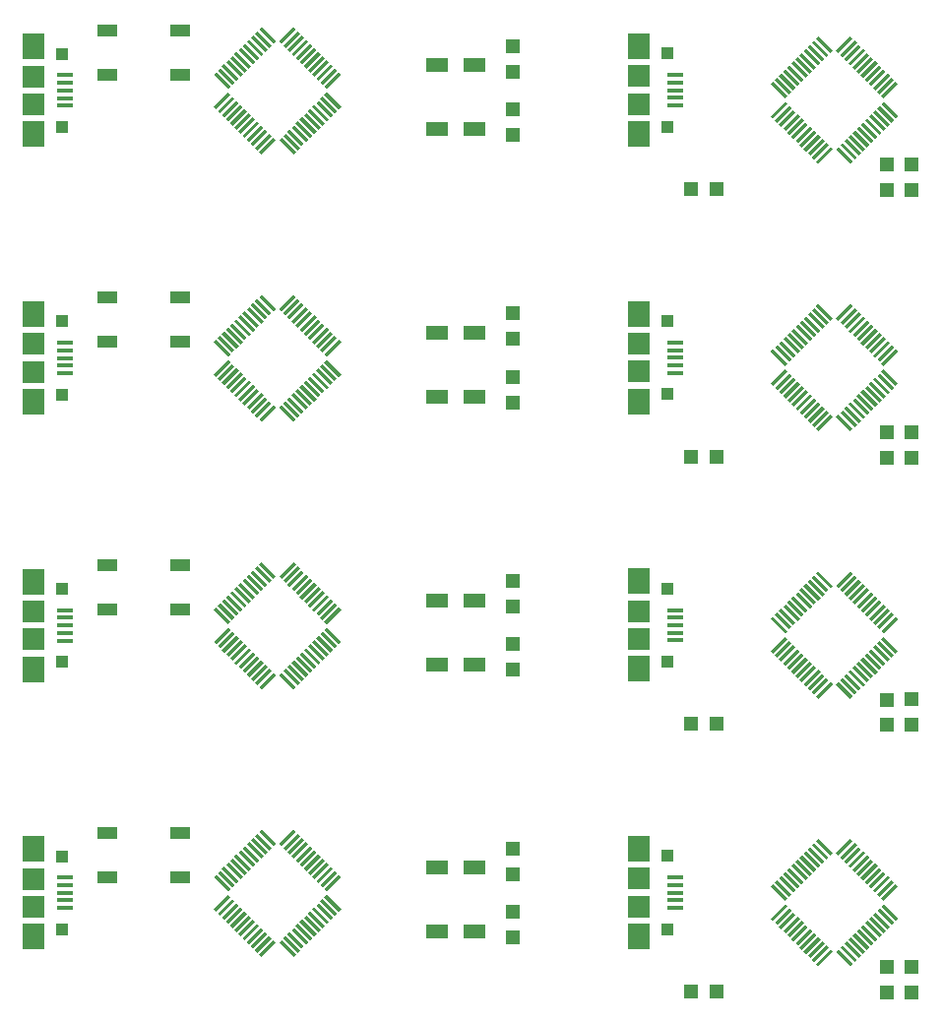
<source format=gtp>
%MOIN*%
%OFA0B0*%
%FSLAX46Y46*%
%IPPOS*%
%LPD*%
%ADD10C,0.0039370078740157488*%
%ADD11R,0.074803149606299218X0.051181102362204731*%
%ADD12R,0.074803149606299218X0.08858267716535434*%
%ADD13R,0.03937007874015748X0.03937007874015748*%
%ADD14R,0.053149606299212608X0.015748031496062995*%
%ADD15R,0.074803149606299218X0.074803149606299218*%
%ADD16R,0.066929133858267723X0.03937007874015748*%
%ADD17R,0.047244094488188976X0.047244094488188976*%
%ADD28C,0.0039370078740157488*%
%ADD29R,0.074803149606299218X0.051181102362204731*%
%ADD30R,0.074803149606299218X0.08858267716535434*%
%ADD31R,0.03937007874015748X0.03937007874015748*%
%ADD32R,0.053149606299212608X0.015748031496062995*%
%ADD33R,0.074803149606299218X0.074803149606299218*%
%ADD34R,0.066929133858267723X0.03937007874015748*%
%ADD35R,0.047244094488188976X0.047244094488188976*%
%ADD36C,0.0039370078740157488*%
%ADD37R,0.074803149606299218X0.051181102362204731*%
%ADD38R,0.074803149606299218X0.08858267716535434*%
%ADD39R,0.03937007874015748X0.03937007874015748*%
%ADD40R,0.053149606299212608X0.015748031496062995*%
%ADD41R,0.074803149606299218X0.074803149606299218*%
%ADD42R,0.066929133858267723X0.03937007874015748*%
%ADD43R,0.047244094488188976X0.047244094488188976*%
%ADD44C,0.0039370078740157488*%
%ADD45R,0.074803149606299218X0.051181102362204731*%
%ADD46R,0.074803149606299218X0.08858267716535434*%
%ADD47R,0.03937007874015748X0.03937007874015748*%
%ADD48R,0.053149606299212608X0.015748031496062995*%
%ADD49R,0.074803149606299218X0.074803149606299218*%
%ADD50R,0.066929133858267723X0.03937007874015748*%
%ADD51R,0.047244094488188976X0.047244094488188976*%
%ADD52C,0.0039370078740157488*%
%ADD53R,0.047244094488188976X0.047244094488188976*%
%ADD54R,0.074803149606299218X0.08858267716535434*%
%ADD55R,0.03937007874015748X0.03937007874015748*%
%ADD56R,0.053149606299212608X0.015748031496062995*%
%ADD57R,0.074803149606299218X0.074803149606299218*%
%ADD58C,0.0039370078740157488*%
%ADD59R,0.047244094488188976X0.047244094488188976*%
%ADD60R,0.074803149606299218X0.08858267716535434*%
%ADD61R,0.03937007874015748X0.03937007874015748*%
%ADD62R,0.053149606299212608X0.015748031496062995*%
%ADD63R,0.074803149606299218X0.074803149606299218*%
%ADD64C,0.0039370078740157488*%
%ADD65R,0.047244094488188976X0.047244094488188976*%
%ADD66R,0.074803149606299218X0.08858267716535434*%
%ADD67R,0.03937007874015748X0.03937007874015748*%
%ADD68R,0.053149606299212608X0.015748031496062995*%
%ADD69R,0.074803149606299218X0.074803149606299218*%
%ADD70C,0.0039370078740157488*%
%ADD71R,0.047244094488188976X0.047244094488188976*%
%ADD72R,0.074803149606299218X0.08858267716535434*%
%ADD73R,0.03937007874015748X0.03937007874015748*%
%ADD74R,0.053149606299212608X0.015748031496062995*%
%ADD75R,0.074803149606299218X0.074803149606299218*%
%ADD76C,0.0039370078740157488*%
%ADD77C,0.0039370078740157488*%
%ADD78C,0.0039370078740157488*%
%ADD79C,0.0039370078740157488*%
%ADD80C,0.0039370078740157488*%
%ADD81C,0.0039370078740157488*%
G01G01*
D10*
D11*
X0000000000Y0000905511D02*
X0001449685Y0000539685D03*
X0001449685Y0000323149D03*
X0001575669Y0000323149D03*
X0001575669Y0000539685D03*
D12*
X0000083543Y0000603464D03*
X0000083543Y0000306220D03*
D13*
X0000180000Y0000578858D03*
X0000180000Y0000330826D03*
D14*
X0000188874Y0000506023D03*
X0000188874Y0000480433D03*
X0000188874Y0000454842D03*
X0000188874Y0000429251D03*
X0000188874Y0000403661D03*
D15*
X0000083543Y0000407598D03*
X0000083543Y0000502086D03*
D10*
G36*
X0001076710Y0000448475D02*
X0001125427Y0000399757D01*
X0001117076Y0000391406D01*
X0001068358Y0000440124D01*
X0001076710Y0000448475D01*
X0001076710Y0000448475D01*
G37*
G36*
X0001062790Y0000434556D02*
X0001111508Y0000385838D01*
X0001103156Y0000377486D01*
X0001054438Y0000426204D01*
X0001062790Y0000434556D01*
X0001062790Y0000434556D01*
G37*
G36*
X0001048871Y0000420636D02*
X0001097589Y0000371918D01*
X0001089237Y0000363567D01*
X0001040519Y0000412285D01*
X0001048871Y0000420636D01*
X0001048871Y0000420636D01*
G37*
G36*
X0001034951Y0000406717D02*
X0001083669Y0000357999D01*
X0001075318Y0000349647D01*
X0001026600Y0000398365D01*
X0001034951Y0000406717D01*
X0001034951Y0000406717D01*
G37*
G36*
X0001021032Y0000392798D02*
X0001069750Y0000344080D01*
X0001061398Y0000335728D01*
X0001012680Y0000384446D01*
X0001021032Y0000392798D01*
X0001021032Y0000392798D01*
G37*
G36*
X0001047479Y0000321809D02*
X0000998761Y0000370527D01*
X0001007112Y0000378878D01*
X0001055830Y0000330160D01*
X0001047479Y0000321809D01*
X0001047479Y0000321809D01*
G37*
G36*
X0000993193Y0000364959D02*
X0001041911Y0000316241D01*
X0001033559Y0000307889D01*
X0000984841Y0000356607D01*
X0000993193Y0000364959D01*
X0000993193Y0000364959D01*
G37*
G36*
X0000979274Y0000351039D02*
X0001027992Y0000302321D01*
X0001019640Y0000293970D01*
X0000970922Y0000342688D01*
X0000979274Y0000351039D01*
X0000979274Y0000351039D01*
G37*
G36*
X0000965354Y0000337120D02*
X0001014072Y0000288402D01*
X0001005720Y0000280050D01*
X0000957002Y0000328768D01*
X0000965354Y0000337120D01*
X0000965354Y0000337120D01*
G37*
G36*
X0000951435Y0000323200D02*
X0001000153Y0000274483D01*
X0000991801Y0000266131D01*
X0000943083Y0000314849D01*
X0000951435Y0000323200D01*
X0000951435Y0000323200D01*
G37*
G36*
X0000937515Y0000309281D02*
X0000986233Y0000260563D01*
X0000977882Y0000252211D01*
X0000929164Y0000300929D01*
X0000937515Y0000309281D01*
X0000937515Y0000309281D01*
G37*
G36*
X0000923596Y0000295362D02*
X0000972314Y0000246644D01*
X0000963962Y0000238292D01*
X0000915244Y0000287010D01*
X0000923596Y0000295362D01*
X0000923596Y0000295362D01*
G37*
G36*
X0000984841Y0000551479D02*
X0001033559Y0000600197D01*
X0001041911Y0000591845D01*
X0000993193Y0000543127D01*
X0000984841Y0000551479D01*
X0000984841Y0000551479D01*
G37*
G36*
X0000998761Y0000537560D02*
X0001047479Y0000586278D01*
X0001055830Y0000577926D01*
X0001007112Y0000529208D01*
X0000998761Y0000537560D01*
X0000998761Y0000537560D01*
G37*
G36*
X0001012680Y0000523640D02*
X0001061398Y0000572358D01*
X0001069750Y0000564007D01*
X0001021032Y0000515289D01*
X0001012680Y0000523640D01*
X0001012680Y0000523640D01*
G37*
G36*
X0001026600Y0000509721D02*
X0001075318Y0000558439D01*
X0001083669Y0000550087D01*
X0001034951Y0000501369D01*
X0001026600Y0000509721D01*
X0001026600Y0000509721D01*
G37*
G36*
X0001040519Y0000495801D02*
X0001089237Y0000544519D01*
X0001097589Y0000536168D01*
X0001048871Y0000487450D01*
X0001040519Y0000495801D01*
X0001040519Y0000495801D01*
G37*
G36*
X0001054438Y0000481882D02*
X0001103156Y0000530600D01*
X0001111508Y0000522248D01*
X0001062790Y0000473530D01*
X0001054438Y0000481882D01*
X0001054438Y0000481882D01*
G37*
G36*
X0000970922Y0000565399D02*
X0001019640Y0000614116D01*
X0001027992Y0000605765D01*
X0000979274Y0000557047D01*
X0000970922Y0000565399D01*
X0000970922Y0000565399D01*
G37*
G36*
X0001068358Y0000467963D02*
X0001117076Y0000516680D01*
X0001125427Y0000508329D01*
X0001076710Y0000459611D01*
X0001068358Y0000467963D01*
X0001068358Y0000467963D01*
G37*
G36*
X0000957002Y0000579318D02*
X0001005720Y0000628036D01*
X0001014072Y0000619684D01*
X0000965354Y0000570966D01*
X0000957002Y0000579318D01*
X0000957002Y0000579318D01*
G37*
G36*
X0000943083Y0000593237D02*
X0000991801Y0000641955D01*
X0001000153Y0000633604D01*
X0000951435Y0000584886D01*
X0000943083Y0000593237D01*
X0000943083Y0000593237D01*
G37*
G36*
X0000929164Y0000607157D02*
X0000977882Y0000655875D01*
X0000986233Y0000647523D01*
X0000937515Y0000598805D01*
X0000929164Y0000607157D01*
X0000929164Y0000607157D01*
G37*
G36*
X0000915244Y0000621076D02*
X0000963962Y0000669794D01*
X0000972314Y0000661442D01*
X0000923596Y0000612725D01*
X0000915244Y0000621076D01*
X0000915244Y0000621076D01*
G37*
G36*
X0000771874Y0000586278D02*
X0000820592Y0000537560D01*
X0000812240Y0000529208D01*
X0000763522Y0000577926D01*
X0000771874Y0000586278D01*
X0000771874Y0000586278D01*
G37*
G36*
X0000785794Y0000600197D02*
X0000834512Y0000551479D01*
X0000826160Y0000543127D01*
X0000777442Y0000591845D01*
X0000785794Y0000600197D01*
X0000785794Y0000600197D01*
G37*
G36*
X0000799713Y0000614116D02*
X0000848431Y0000565399D01*
X0000840079Y0000557047D01*
X0000791361Y0000605765D01*
X0000799713Y0000614116D01*
X0000799713Y0000614116D01*
G37*
G36*
X0000813632Y0000628036D02*
X0000862350Y0000579318D01*
X0000853999Y0000570966D01*
X0000805281Y0000619684D01*
X0000813632Y0000628036D01*
X0000813632Y0000628036D01*
G37*
G36*
X0000827552Y0000641955D02*
X0000876270Y0000593237D01*
X0000867918Y0000584886D01*
X0000819200Y0000633604D01*
X0000827552Y0000641955D01*
X0000827552Y0000641955D01*
G37*
G36*
X0000841471Y0000655875D02*
X0000890189Y0000607157D01*
X0000881838Y0000598805D01*
X0000833120Y0000647523D01*
X0000841471Y0000655875D01*
X0000841471Y0000655875D01*
G37*
G36*
X0000855391Y0000669794D02*
X0000904109Y0000621076D01*
X0000895757Y0000612725D01*
X0000847039Y0000661442D01*
X0000855391Y0000669794D01*
X0000855391Y0000669794D01*
G37*
G36*
X0000757955Y0000572358D02*
X0000806673Y0000523640D01*
X0000798321Y0000515289D01*
X0000749603Y0000564007D01*
X0000757955Y0000572358D01*
X0000757955Y0000572358D01*
G37*
G36*
X0000744035Y0000558439D02*
X0000792753Y0000509721D01*
X0000784402Y0000501369D01*
X0000735684Y0000550087D01*
X0000744035Y0000558439D01*
X0000744035Y0000558439D01*
G37*
G36*
X0000730116Y0000544519D02*
X0000778834Y0000495801D01*
X0000770482Y0000487450D01*
X0000721764Y0000536168D01*
X0000730116Y0000544519D01*
X0000730116Y0000544519D01*
G37*
G36*
X0000716196Y0000530600D02*
X0000764914Y0000481882D01*
X0000756563Y0000473530D01*
X0000707845Y0000522248D01*
X0000716196Y0000530600D01*
X0000716196Y0000530600D01*
G37*
G36*
X0000702277Y0000516680D02*
X0000750995Y0000467963D01*
X0000742643Y0000459611D01*
X0000693925Y0000508329D01*
X0000702277Y0000516680D01*
X0000702277Y0000516680D01*
G37*
G36*
X0000777442Y0000316241D02*
X0000826160Y0000364959D01*
X0000834512Y0000356607D01*
X0000785794Y0000307889D01*
X0000777442Y0000316241D01*
X0000777442Y0000316241D01*
G37*
G36*
X0000763522Y0000330160D02*
X0000812240Y0000378878D01*
X0000820592Y0000370527D01*
X0000771874Y0000321809D01*
X0000763522Y0000330160D01*
X0000763522Y0000330160D01*
G37*
G36*
X0000791361Y0000302321D02*
X0000840079Y0000351039D01*
X0000848431Y0000342688D01*
X0000799713Y0000293970D01*
X0000791361Y0000302321D01*
X0000791361Y0000302321D01*
G37*
G36*
X0000805281Y0000288402D02*
X0000853999Y0000337120D01*
X0000862350Y0000328768D01*
X0000813632Y0000280050D01*
X0000805281Y0000288402D01*
X0000805281Y0000288402D01*
G37*
G36*
X0000819200Y0000274483D02*
X0000867918Y0000323200D01*
X0000876270Y0000314849D01*
X0000827552Y0000266131D01*
X0000819200Y0000274483D01*
X0000819200Y0000274483D01*
G37*
G36*
X0000833120Y0000260563D02*
X0000881838Y0000309281D01*
X0000890189Y0000300929D01*
X0000841471Y0000252211D01*
X0000833120Y0000260563D01*
X0000833120Y0000260563D01*
G37*
G36*
X0000847039Y0000246644D02*
X0000895757Y0000295362D01*
X0000904109Y0000287010D01*
X0000855391Y0000238292D01*
X0000847039Y0000246644D01*
X0000847039Y0000246644D01*
G37*
G36*
X0000749603Y0000344080D02*
X0000798321Y0000392798D01*
X0000806673Y0000384446D01*
X0000757955Y0000335728D01*
X0000749603Y0000344080D01*
X0000749603Y0000344080D01*
G37*
G36*
X0000735684Y0000357999D02*
X0000784402Y0000406717D01*
X0000792753Y0000398365D01*
X0000744035Y0000349647D01*
X0000735684Y0000357999D01*
X0000735684Y0000357999D01*
G37*
G36*
X0000721764Y0000371918D02*
X0000770482Y0000420636D01*
X0000778834Y0000412285D01*
X0000730116Y0000363567D01*
X0000721764Y0000371918D01*
X0000721764Y0000371918D01*
G37*
G36*
X0000707845Y0000385838D02*
X0000756563Y0000434556D01*
X0000764914Y0000426204D01*
X0000716196Y0000377486D01*
X0000707845Y0000385838D01*
X0000707845Y0000385838D01*
G37*
G36*
X0000693925Y0000399757D02*
X0000742643Y0000448475D01*
X0000750995Y0000440124D01*
X0000702277Y0000391406D01*
X0000693925Y0000399757D01*
X0000693925Y0000399757D01*
G37*
D16*
X0000333149Y0000658188D03*
X0000581181Y0000658188D03*
X0000333149Y0000508582D03*
X0000581181Y0000508582D03*
D17*
X0001705984Y0000605039D03*
X0001705984Y0000518425D03*
X0001705984Y0000391259D03*
X0001705984Y0000304645D03*
G04 next file*
G04 Gerber Fmt 4.6, Leading zero omitted, Abs format (unit mm)*
G04 Created by KiCad (PCBNEW 4.0.7) date 12/01/17 19:40:24*
G01G01*
G04 APERTURE LIST*
G04 APERTURE END LIST*
D28*
D29*
X0000000000Y0001811023D02*
X0001449685Y0001445196D03*
X0001449685Y0001228661D03*
X0001575669Y0001228661D03*
X0001575669Y0001445196D03*
D30*
X0000083543Y0001508976D03*
X0000083543Y0001211732D03*
D31*
X0000180000Y0001484370D03*
X0000180000Y0001236338D03*
D32*
X0000188874Y0001411535D03*
X0000188874Y0001385944D03*
X0000188874Y0001360354D03*
X0000188874Y0001334763D03*
X0000188874Y0001309173D03*
D33*
X0000083543Y0001313110D03*
X0000083543Y0001407598D03*
D28*
G36*
X0001076710Y0001353987D02*
X0001125427Y0001305269D01*
X0001117076Y0001296917D01*
X0001068358Y0001345635D01*
X0001076710Y0001353987D01*
X0001076710Y0001353987D01*
G37*
G36*
X0001062790Y0001340068D02*
X0001111508Y0001291350D01*
X0001103156Y0001282998D01*
X0001054438Y0001331716D01*
X0001062790Y0001340068D01*
X0001062790Y0001340068D01*
G37*
G36*
X0001048871Y0001326148D02*
X0001097589Y0001277430D01*
X0001089237Y0001269079D01*
X0001040519Y0001317797D01*
X0001048871Y0001326148D01*
X0001048871Y0001326148D01*
G37*
G36*
X0001034951Y0001312229D02*
X0001083669Y0001263511D01*
X0001075318Y0001255159D01*
X0001026600Y0001303877D01*
X0001034951Y0001312229D01*
X0001034951Y0001312229D01*
G37*
G36*
X0001021032Y0001298309D02*
X0001069750Y0001249591D01*
X0001061398Y0001241240D01*
X0001012680Y0001289958D01*
X0001021032Y0001298309D01*
X0001021032Y0001298309D01*
G37*
G36*
X0001047479Y0001227320D02*
X0000998761Y0001276038D01*
X0001007112Y0001284390D01*
X0001055830Y0001235672D01*
X0001047479Y0001227320D01*
X0001047479Y0001227320D01*
G37*
G36*
X0000993193Y0001270471D02*
X0001041911Y0001221753D01*
X0001033559Y0001213401D01*
X0000984841Y0001262119D01*
X0000993193Y0001270471D01*
X0000993193Y0001270471D01*
G37*
G36*
X0000979274Y0001256551D02*
X0001027992Y0001207833D01*
X0001019640Y0001199482D01*
X0000970922Y0001248199D01*
X0000979274Y0001256551D01*
X0000979274Y0001256551D01*
G37*
G36*
X0000965354Y0001242632D02*
X0001014072Y0001193914D01*
X0001005720Y0001185562D01*
X0000957002Y0001234280D01*
X0000965354Y0001242632D01*
X0000965354Y0001242632D01*
G37*
G36*
X0000951435Y0001228712D02*
X0001000153Y0001179994D01*
X0000991801Y0001171643D01*
X0000943083Y0001220361D01*
X0000951435Y0001228712D01*
X0000951435Y0001228712D01*
G37*
G36*
X0000937515Y0001214793D02*
X0000986233Y0001166075D01*
X0000977882Y0001157723D01*
X0000929164Y0001206441D01*
X0000937515Y0001214793D01*
X0000937515Y0001214793D01*
G37*
G36*
X0000923596Y0001200873D02*
X0000972314Y0001152155D01*
X0000963962Y0001143804D01*
X0000915244Y0001192522D01*
X0000923596Y0001200873D01*
X0000923596Y0001200873D01*
G37*
G36*
X0000984841Y0001456991D02*
X0001033559Y0001505709D01*
X0001041911Y0001497357D01*
X0000993193Y0001448639D01*
X0000984841Y0001456991D01*
X0000984841Y0001456991D01*
G37*
G36*
X0000998761Y0001443071D02*
X0001047479Y0001491789D01*
X0001055830Y0001483438D01*
X0001007112Y0001434720D01*
X0000998761Y0001443071D01*
X0000998761Y0001443071D01*
G37*
G36*
X0001012680Y0001429152D02*
X0001061398Y0001477870D01*
X0001069750Y0001469518D01*
X0001021032Y0001420800D01*
X0001012680Y0001429152D01*
X0001012680Y0001429152D01*
G37*
G36*
X0001026600Y0001415233D02*
X0001075318Y0001463951D01*
X0001083669Y0001455599D01*
X0001034951Y0001406881D01*
X0001026600Y0001415233D01*
X0001026600Y0001415233D01*
G37*
G36*
X0001040519Y0001401313D02*
X0001089237Y0001450031D01*
X0001097589Y0001441679D01*
X0001048871Y0001392962D01*
X0001040519Y0001401313D01*
X0001040519Y0001401313D01*
G37*
G36*
X0001054438Y0001387394D02*
X0001103156Y0001436112D01*
X0001111508Y0001427760D01*
X0001062790Y0001379042D01*
X0001054438Y0001387394D01*
X0001054438Y0001387394D01*
G37*
G36*
X0000970922Y0001470910D02*
X0001019640Y0001519628D01*
X0001027992Y0001511277D01*
X0000979274Y0001462559D01*
X0000970922Y0001470910D01*
X0000970922Y0001470910D01*
G37*
G36*
X0001068358Y0001373474D02*
X0001117076Y0001422192D01*
X0001125427Y0001413841D01*
X0001076710Y0001365123D01*
X0001068358Y0001373474D01*
X0001068358Y0001373474D01*
G37*
G36*
X0000957002Y0001484830D02*
X0001005720Y0001533548D01*
X0001014072Y0001525196D01*
X0000965354Y0001476478D01*
X0000957002Y0001484830D01*
X0000957002Y0001484830D01*
G37*
G36*
X0000943083Y0001498749D02*
X0000991801Y0001547467D01*
X0001000153Y0001539115D01*
X0000951435Y0001490397D01*
X0000943083Y0001498749D01*
X0000943083Y0001498749D01*
G37*
G36*
X0000929164Y0001512669D02*
X0000977882Y0001561387D01*
X0000986233Y0001553035D01*
X0000937515Y0001504317D01*
X0000929164Y0001512669D01*
X0000929164Y0001512669D01*
G37*
G36*
X0000915244Y0001526588D02*
X0000963962Y0001575306D01*
X0000972314Y0001566954D01*
X0000923596Y0001518236D01*
X0000915244Y0001526588D01*
X0000915244Y0001526588D01*
G37*
G36*
X0000771874Y0001491789D02*
X0000820592Y0001443071D01*
X0000812240Y0001434720D01*
X0000763522Y0001483438D01*
X0000771874Y0001491789D01*
X0000771874Y0001491789D01*
G37*
G36*
X0000785794Y0001505709D02*
X0000834512Y0001456991D01*
X0000826160Y0001448639D01*
X0000777442Y0001497357D01*
X0000785794Y0001505709D01*
X0000785794Y0001505709D01*
G37*
G36*
X0000799713Y0001519628D02*
X0000848431Y0001470910D01*
X0000840079Y0001462559D01*
X0000791361Y0001511277D01*
X0000799713Y0001519628D01*
X0000799713Y0001519628D01*
G37*
G36*
X0000813632Y0001533548D02*
X0000862350Y0001484830D01*
X0000853999Y0001476478D01*
X0000805281Y0001525196D01*
X0000813632Y0001533548D01*
X0000813632Y0001533548D01*
G37*
G36*
X0000827552Y0001547467D02*
X0000876270Y0001498749D01*
X0000867918Y0001490397D01*
X0000819200Y0001539115D01*
X0000827552Y0001547467D01*
X0000827552Y0001547467D01*
G37*
G36*
X0000841471Y0001561387D02*
X0000890189Y0001512669D01*
X0000881838Y0001504317D01*
X0000833120Y0001553035D01*
X0000841471Y0001561387D01*
X0000841471Y0001561387D01*
G37*
G36*
X0000855391Y0001575306D02*
X0000904109Y0001526588D01*
X0000895757Y0001518236D01*
X0000847039Y0001566954D01*
X0000855391Y0001575306D01*
X0000855391Y0001575306D01*
G37*
G36*
X0000757955Y0001477870D02*
X0000806673Y0001429152D01*
X0000798321Y0001420800D01*
X0000749603Y0001469518D01*
X0000757955Y0001477870D01*
X0000757955Y0001477870D01*
G37*
G36*
X0000744035Y0001463951D02*
X0000792753Y0001415233D01*
X0000784402Y0001406881D01*
X0000735684Y0001455599D01*
X0000744035Y0001463951D01*
X0000744035Y0001463951D01*
G37*
G36*
X0000730116Y0001450031D02*
X0000778834Y0001401313D01*
X0000770482Y0001392962D01*
X0000721764Y0001441679D01*
X0000730116Y0001450031D01*
X0000730116Y0001450031D01*
G37*
G36*
X0000716196Y0001436112D02*
X0000764914Y0001387394D01*
X0000756563Y0001379042D01*
X0000707845Y0001427760D01*
X0000716196Y0001436112D01*
X0000716196Y0001436112D01*
G37*
G36*
X0000702277Y0001422192D02*
X0000750995Y0001373474D01*
X0000742643Y0001365123D01*
X0000693925Y0001413841D01*
X0000702277Y0001422192D01*
X0000702277Y0001422192D01*
G37*
G36*
X0000777442Y0001221753D02*
X0000826160Y0001270471D01*
X0000834512Y0001262119D01*
X0000785794Y0001213401D01*
X0000777442Y0001221753D01*
X0000777442Y0001221753D01*
G37*
G36*
X0000763522Y0001235672D02*
X0000812240Y0001284390D01*
X0000820592Y0001276038D01*
X0000771874Y0001227320D01*
X0000763522Y0001235672D01*
X0000763522Y0001235672D01*
G37*
G36*
X0000791361Y0001207833D02*
X0000840079Y0001256551D01*
X0000848431Y0001248199D01*
X0000799713Y0001199482D01*
X0000791361Y0001207833D01*
X0000791361Y0001207833D01*
G37*
G36*
X0000805281Y0001193914D02*
X0000853999Y0001242632D01*
X0000862350Y0001234280D01*
X0000813632Y0001185562D01*
X0000805281Y0001193914D01*
X0000805281Y0001193914D01*
G37*
G36*
X0000819200Y0001179994D02*
X0000867918Y0001228712D01*
X0000876270Y0001220361D01*
X0000827552Y0001171643D01*
X0000819200Y0001179994D01*
X0000819200Y0001179994D01*
G37*
G36*
X0000833120Y0001166075D02*
X0000881838Y0001214793D01*
X0000890189Y0001206441D01*
X0000841471Y0001157723D01*
X0000833120Y0001166075D01*
X0000833120Y0001166075D01*
G37*
G36*
X0000847039Y0001152155D02*
X0000895757Y0001200873D01*
X0000904109Y0001192522D01*
X0000855391Y0001143804D01*
X0000847039Y0001152155D01*
X0000847039Y0001152155D01*
G37*
G36*
X0000749603Y0001249591D02*
X0000798321Y0001298309D01*
X0000806673Y0001289958D01*
X0000757955Y0001241240D01*
X0000749603Y0001249591D01*
X0000749603Y0001249591D01*
G37*
G36*
X0000735684Y0001263511D02*
X0000784402Y0001312229D01*
X0000792753Y0001303877D01*
X0000744035Y0001255159D01*
X0000735684Y0001263511D01*
X0000735684Y0001263511D01*
G37*
G36*
X0000721764Y0001277430D02*
X0000770482Y0001326148D01*
X0000778834Y0001317797D01*
X0000730116Y0001269079D01*
X0000721764Y0001277430D01*
X0000721764Y0001277430D01*
G37*
G36*
X0000707845Y0001291350D02*
X0000756563Y0001340068D01*
X0000764914Y0001331716D01*
X0000716196Y0001282998D01*
X0000707845Y0001291350D01*
X0000707845Y0001291350D01*
G37*
G36*
X0000693925Y0001305269D02*
X0000742643Y0001353987D01*
X0000750995Y0001345635D01*
X0000702277Y0001296917D01*
X0000693925Y0001305269D01*
X0000693925Y0001305269D01*
G37*
D34*
X0000333149Y0001563700D03*
X0000581181Y0001563700D03*
X0000333149Y0001414094D03*
X0000581181Y0001414094D03*
D35*
X0001705984Y0001510551D03*
X0001705984Y0001423937D03*
X0001705984Y0001296771D03*
X0001705984Y0001210157D03*
G04 next file*
G04 Gerber Fmt 4.6, Leading zero omitted, Abs format (unit mm)*
G04 Created by KiCad (PCBNEW 4.0.7) date 12/01/17 19:40:24*
G01G01*
G04 APERTURE LIST*
G04 APERTURE END LIST*
D36*
D37*
X0000000000Y0002716535D02*
X0001449685Y0002350708D03*
X0001449685Y0002134173D03*
X0001575669Y0002134173D03*
X0001575669Y0002350708D03*
D38*
X0000083543Y0002414488D03*
X0000083543Y0002117244D03*
D39*
X0000180000Y0002389881D03*
X0000180000Y0002141850D03*
D40*
X0000188874Y0002317047D03*
X0000188874Y0002291456D03*
X0000188874Y0002265866D03*
X0000188874Y0002240275D03*
X0000188874Y0002214685D03*
D41*
X0000083543Y0002218622D03*
X0000083543Y0002313110D03*
D36*
G36*
X0001076710Y0002259499D02*
X0001125427Y0002210781D01*
X0001117076Y0002202429D01*
X0001068358Y0002251147D01*
X0001076710Y0002259499D01*
X0001076710Y0002259499D01*
G37*
G36*
X0001062790Y0002245580D02*
X0001111508Y0002196862D01*
X0001103156Y0002188510D01*
X0001054438Y0002237228D01*
X0001062790Y0002245580D01*
X0001062790Y0002245580D01*
G37*
G36*
X0001048871Y0002231660D02*
X0001097589Y0002182942D01*
X0001089237Y0002174590D01*
X0001040519Y0002223308D01*
X0001048871Y0002231660D01*
X0001048871Y0002231660D01*
G37*
G36*
X0001034951Y0002217741D02*
X0001083669Y0002169023D01*
X0001075318Y0002160671D01*
X0001026600Y0002209389D01*
X0001034951Y0002217741D01*
X0001034951Y0002217741D01*
G37*
G36*
X0001021032Y0002203821D02*
X0001069750Y0002155103D01*
X0001061398Y0002146752D01*
X0001012680Y0002195470D01*
X0001021032Y0002203821D01*
X0001021032Y0002203821D01*
G37*
G36*
X0001047479Y0002132832D02*
X0000998761Y0002181550D01*
X0001007112Y0002189902D01*
X0001055830Y0002141184D01*
X0001047479Y0002132832D01*
X0001047479Y0002132832D01*
G37*
G36*
X0000993193Y0002175982D02*
X0001041911Y0002127264D01*
X0001033559Y0002118913D01*
X0000984841Y0002167631D01*
X0000993193Y0002175982D01*
X0000993193Y0002175982D01*
G37*
G36*
X0000979274Y0002162063D02*
X0001027992Y0002113345D01*
X0001019640Y0002104993D01*
X0000970922Y0002153711D01*
X0000979274Y0002162063D01*
X0000979274Y0002162063D01*
G37*
G36*
X0000965354Y0002148144D02*
X0001014072Y0002099426D01*
X0001005720Y0002091074D01*
X0000957002Y0002139792D01*
X0000965354Y0002148144D01*
X0000965354Y0002148144D01*
G37*
G36*
X0000951435Y0002134224D02*
X0001000153Y0002085506D01*
X0000991801Y0002077155D01*
X0000943083Y0002125872D01*
X0000951435Y0002134224D01*
X0000951435Y0002134224D01*
G37*
G36*
X0000937515Y0002120305D02*
X0000986233Y0002071587D01*
X0000977882Y0002063235D01*
X0000929164Y0002111953D01*
X0000937515Y0002120305D01*
X0000937515Y0002120305D01*
G37*
G36*
X0000923596Y0002106385D02*
X0000972314Y0002057667D01*
X0000963962Y0002049316D01*
X0000915244Y0002098034D01*
X0000923596Y0002106385D01*
X0000923596Y0002106385D01*
G37*
G36*
X0000984841Y0002362503D02*
X0001033559Y0002411221D01*
X0001041911Y0002402869D01*
X0000993193Y0002354151D01*
X0000984841Y0002362503D01*
X0000984841Y0002362503D01*
G37*
G36*
X0000998761Y0002348583D02*
X0001047479Y0002397301D01*
X0001055830Y0002388950D01*
X0001007112Y0002340232D01*
X0000998761Y0002348583D01*
X0000998761Y0002348583D01*
G37*
G36*
X0001012680Y0002334664D02*
X0001061398Y0002383382D01*
X0001069750Y0002375030D01*
X0001021032Y0002326312D01*
X0001012680Y0002334664D01*
X0001012680Y0002334664D01*
G37*
G36*
X0001026600Y0002320744D02*
X0001075318Y0002369462D01*
X0001083669Y0002361111D01*
X0001034951Y0002312393D01*
X0001026600Y0002320744D01*
X0001026600Y0002320744D01*
G37*
G36*
X0001040519Y0002306825D02*
X0001089237Y0002355543D01*
X0001097589Y0002347191D01*
X0001048871Y0002298473D01*
X0001040519Y0002306825D01*
X0001040519Y0002306825D01*
G37*
G36*
X0001054438Y0002292906D02*
X0001103156Y0002341624D01*
X0001111508Y0002333272D01*
X0001062790Y0002284554D01*
X0001054438Y0002292906D01*
X0001054438Y0002292906D01*
G37*
G36*
X0000970922Y0002376422D02*
X0001019640Y0002425140D01*
X0001027992Y0002416788D01*
X0000979274Y0002368070D01*
X0000970922Y0002376422D01*
X0000970922Y0002376422D01*
G37*
G36*
X0001068358Y0002278986D02*
X0001117076Y0002327704D01*
X0001125427Y0002319352D01*
X0001076710Y0002270635D01*
X0001068358Y0002278986D01*
X0001068358Y0002278986D01*
G37*
G36*
X0000957002Y0002390342D02*
X0001005720Y0002439060D01*
X0001014072Y0002430708D01*
X0000965354Y0002381990D01*
X0000957002Y0002390342D01*
X0000957002Y0002390342D01*
G37*
G36*
X0000943083Y0002404261D02*
X0000991801Y0002452979D01*
X0001000153Y0002444627D01*
X0000951435Y0002395909D01*
X0000943083Y0002404261D01*
X0000943083Y0002404261D01*
G37*
G36*
X0000929164Y0002418180D02*
X0000977882Y0002466898D01*
X0000986233Y0002458547D01*
X0000937515Y0002409829D01*
X0000929164Y0002418180D01*
X0000929164Y0002418180D01*
G37*
G36*
X0000915244Y0002432100D02*
X0000963962Y0002480818D01*
X0000972314Y0002472466D01*
X0000923596Y0002423748D01*
X0000915244Y0002432100D01*
X0000915244Y0002432100D01*
G37*
G36*
X0000771874Y0002397301D02*
X0000820592Y0002348583D01*
X0000812240Y0002340232D01*
X0000763522Y0002388950D01*
X0000771874Y0002397301D01*
X0000771874Y0002397301D01*
G37*
G36*
X0000785794Y0002411221D02*
X0000834512Y0002362503D01*
X0000826160Y0002354151D01*
X0000777442Y0002402869D01*
X0000785794Y0002411221D01*
X0000785794Y0002411221D01*
G37*
G36*
X0000799713Y0002425140D02*
X0000848431Y0002376422D01*
X0000840079Y0002368070D01*
X0000791361Y0002416788D01*
X0000799713Y0002425140D01*
X0000799713Y0002425140D01*
G37*
G36*
X0000813632Y0002439060D02*
X0000862350Y0002390342D01*
X0000853999Y0002381990D01*
X0000805281Y0002430708D01*
X0000813632Y0002439060D01*
X0000813632Y0002439060D01*
G37*
G36*
X0000827552Y0002452979D02*
X0000876270Y0002404261D01*
X0000867918Y0002395909D01*
X0000819200Y0002444627D01*
X0000827552Y0002452979D01*
X0000827552Y0002452979D01*
G37*
G36*
X0000841471Y0002466898D02*
X0000890189Y0002418180D01*
X0000881838Y0002409829D01*
X0000833120Y0002458547D01*
X0000841471Y0002466898D01*
X0000841471Y0002466898D01*
G37*
G36*
X0000855391Y0002480818D02*
X0000904109Y0002432100D01*
X0000895757Y0002423748D01*
X0000847039Y0002472466D01*
X0000855391Y0002480818D01*
X0000855391Y0002480818D01*
G37*
G36*
X0000757955Y0002383382D02*
X0000806673Y0002334664D01*
X0000798321Y0002326312D01*
X0000749603Y0002375030D01*
X0000757955Y0002383382D01*
X0000757955Y0002383382D01*
G37*
G36*
X0000744035Y0002369462D02*
X0000792753Y0002320744D01*
X0000784402Y0002312393D01*
X0000735684Y0002361111D01*
X0000744035Y0002369462D01*
X0000744035Y0002369462D01*
G37*
G36*
X0000730116Y0002355543D02*
X0000778834Y0002306825D01*
X0000770482Y0002298473D01*
X0000721764Y0002347191D01*
X0000730116Y0002355543D01*
X0000730116Y0002355543D01*
G37*
G36*
X0000716196Y0002341624D02*
X0000764914Y0002292906D01*
X0000756563Y0002284554D01*
X0000707845Y0002333272D01*
X0000716196Y0002341624D01*
X0000716196Y0002341624D01*
G37*
G36*
X0000702277Y0002327704D02*
X0000750995Y0002278986D01*
X0000742643Y0002270635D01*
X0000693925Y0002319352D01*
X0000702277Y0002327704D01*
X0000702277Y0002327704D01*
G37*
G36*
X0000777442Y0002127264D02*
X0000826160Y0002175982D01*
X0000834512Y0002167631D01*
X0000785794Y0002118913D01*
X0000777442Y0002127264D01*
X0000777442Y0002127264D01*
G37*
G36*
X0000763522Y0002141184D02*
X0000812240Y0002189902D01*
X0000820592Y0002181550D01*
X0000771874Y0002132832D01*
X0000763522Y0002141184D01*
X0000763522Y0002141184D01*
G37*
G36*
X0000791361Y0002113345D02*
X0000840079Y0002162063D01*
X0000848431Y0002153711D01*
X0000799713Y0002104993D01*
X0000791361Y0002113345D01*
X0000791361Y0002113345D01*
G37*
G36*
X0000805281Y0002099426D02*
X0000853999Y0002148144D01*
X0000862350Y0002139792D01*
X0000813632Y0002091074D01*
X0000805281Y0002099426D01*
X0000805281Y0002099426D01*
G37*
G36*
X0000819200Y0002085506D02*
X0000867918Y0002134224D01*
X0000876270Y0002125872D01*
X0000827552Y0002077155D01*
X0000819200Y0002085506D01*
X0000819200Y0002085506D01*
G37*
G36*
X0000833120Y0002071587D02*
X0000881838Y0002120305D01*
X0000890189Y0002111953D01*
X0000841471Y0002063235D01*
X0000833120Y0002071587D01*
X0000833120Y0002071587D01*
G37*
G36*
X0000847039Y0002057667D02*
X0000895757Y0002106385D01*
X0000904109Y0002098034D01*
X0000855391Y0002049316D01*
X0000847039Y0002057667D01*
X0000847039Y0002057667D01*
G37*
G36*
X0000749603Y0002155103D02*
X0000798321Y0002203821D01*
X0000806673Y0002195470D01*
X0000757955Y0002146752D01*
X0000749603Y0002155103D01*
X0000749603Y0002155103D01*
G37*
G36*
X0000735684Y0002169023D02*
X0000784402Y0002217741D01*
X0000792753Y0002209389D01*
X0000744035Y0002160671D01*
X0000735684Y0002169023D01*
X0000735684Y0002169023D01*
G37*
G36*
X0000721764Y0002182942D02*
X0000770482Y0002231660D01*
X0000778834Y0002223308D01*
X0000730116Y0002174590D01*
X0000721764Y0002182942D01*
X0000721764Y0002182942D01*
G37*
G36*
X0000707845Y0002196862D02*
X0000756563Y0002245580D01*
X0000764914Y0002237228D01*
X0000716196Y0002188510D01*
X0000707845Y0002196862D01*
X0000707845Y0002196862D01*
G37*
G36*
X0000693925Y0002210781D02*
X0000742643Y0002259499D01*
X0000750995Y0002251147D01*
X0000702277Y0002202429D01*
X0000693925Y0002210781D01*
X0000693925Y0002210781D01*
G37*
D42*
X0000333149Y0002469212D03*
X0000581181Y0002469212D03*
X0000333149Y0002319606D03*
X0000581181Y0002319606D03*
D43*
X0001705984Y0002416062D03*
X0001705984Y0002329448D03*
X0001705984Y0002202283D03*
X0001705984Y0002115669D03*
G04 next file*
G04 Gerber Fmt 4.6, Leading zero omitted, Abs format (unit mm)*
G04 Created by KiCad (PCBNEW 4.0.7) date 12/01/17 19:40:24*
G01G01*
G04 APERTURE LIST*
G04 APERTURE END LIST*
D44*
D45*
X0000000000Y0003622047D02*
X0001449685Y0003256220D03*
X0001449685Y0003039685D03*
X0001575669Y0003039685D03*
X0001575669Y0003256220D03*
D46*
X0000083543Y0003320000D03*
X0000083543Y0003022755D03*
D47*
X0000180000Y0003295393D03*
X0000180000Y0003047362D03*
D48*
X0000188874Y0003222559D03*
X0000188874Y0003196968D03*
X0000188874Y0003171377D03*
X0000188874Y0003145787D03*
X0000188874Y0003120196D03*
D49*
X0000083543Y0003124133D03*
X0000083543Y0003218622D03*
D44*
G36*
X0001076710Y0003165011D02*
X0001125427Y0003116293D01*
X0001117076Y0003107941D01*
X0001068358Y0003156659D01*
X0001076710Y0003165011D01*
X0001076710Y0003165011D01*
G37*
G36*
X0001062790Y0003151091D02*
X0001111508Y0003102373D01*
X0001103156Y0003094022D01*
X0001054438Y0003142740D01*
X0001062790Y0003151091D01*
X0001062790Y0003151091D01*
G37*
G36*
X0001048871Y0003137172D02*
X0001097589Y0003088454D01*
X0001089237Y0003080102D01*
X0001040519Y0003128820D01*
X0001048871Y0003137172D01*
X0001048871Y0003137172D01*
G37*
G36*
X0001034951Y0003123252D02*
X0001083669Y0003074535D01*
X0001075318Y0003066183D01*
X0001026600Y0003114901D01*
X0001034951Y0003123252D01*
X0001034951Y0003123252D01*
G37*
G36*
X0001021032Y0003109333D02*
X0001069750Y0003060615D01*
X0001061398Y0003052263D01*
X0001012680Y0003100981D01*
X0001021032Y0003109333D01*
X0001021032Y0003109333D01*
G37*
G36*
X0001047479Y0003038344D02*
X0000998761Y0003087062D01*
X0001007112Y0003095414D01*
X0001055830Y0003046696D01*
X0001047479Y0003038344D01*
X0001047479Y0003038344D01*
G37*
G36*
X0000993193Y0003081494D02*
X0001041911Y0003032776D01*
X0001033559Y0003024425D01*
X0000984841Y0003073143D01*
X0000993193Y0003081494D01*
X0000993193Y0003081494D01*
G37*
G36*
X0000979274Y0003067575D02*
X0001027992Y0003018857D01*
X0001019640Y0003010505D01*
X0000970922Y0003059223D01*
X0000979274Y0003067575D01*
X0000979274Y0003067575D01*
G37*
G36*
X0000965354Y0003053655D02*
X0001014072Y0003004937D01*
X0001005720Y0002996586D01*
X0000957002Y0003045304D01*
X0000965354Y0003053655D01*
X0000965354Y0003053655D01*
G37*
G36*
X0000951435Y0003039736D02*
X0001000153Y0002991018D01*
X0000991801Y0002982666D01*
X0000943083Y0003031384D01*
X0000951435Y0003039736D01*
X0000951435Y0003039736D01*
G37*
G36*
X0000937515Y0003025816D02*
X0000986233Y0002977099D01*
X0000977882Y0002968747D01*
X0000929164Y0003017465D01*
X0000937515Y0003025816D01*
X0000937515Y0003025816D01*
G37*
G36*
X0000923596Y0003011897D02*
X0000972314Y0002963179D01*
X0000963962Y0002954827D01*
X0000915244Y0003003545D01*
X0000923596Y0003011897D01*
X0000923596Y0003011897D01*
G37*
G36*
X0000984841Y0003268015D02*
X0001033559Y0003316732D01*
X0001041911Y0003308381D01*
X0000993193Y0003259663D01*
X0000984841Y0003268015D01*
X0000984841Y0003268015D01*
G37*
G36*
X0000998761Y0003254095D02*
X0001047479Y0003302813D01*
X0001055830Y0003294461D01*
X0001007112Y0003245743D01*
X0000998761Y0003254095D01*
X0000998761Y0003254095D01*
G37*
G36*
X0001012680Y0003240176D02*
X0001061398Y0003288894D01*
X0001069750Y0003280542D01*
X0001021032Y0003231824D01*
X0001012680Y0003240176D01*
X0001012680Y0003240176D01*
G37*
G36*
X0001026600Y0003226256D02*
X0001075318Y0003274974D01*
X0001083669Y0003266623D01*
X0001034951Y0003217905D01*
X0001026600Y0003226256D01*
X0001026600Y0003226256D01*
G37*
G36*
X0001040519Y0003212337D02*
X0001089237Y0003261055D01*
X0001097589Y0003252703D01*
X0001048871Y0003203985D01*
X0001040519Y0003212337D01*
X0001040519Y0003212337D01*
G37*
G36*
X0001054438Y0003198417D02*
X0001103156Y0003247135D01*
X0001111508Y0003238784D01*
X0001062790Y0003190066D01*
X0001054438Y0003198417D01*
X0001054438Y0003198417D01*
G37*
G36*
X0000970922Y0003281934D02*
X0001019640Y0003330652D01*
X0001027992Y0003322300D01*
X0000979274Y0003273582D01*
X0000970922Y0003281934D01*
X0000970922Y0003281934D01*
G37*
G36*
X0001068358Y0003184498D02*
X0001117076Y0003233216D01*
X0001125427Y0003224864D01*
X0001076710Y0003176146D01*
X0001068358Y0003184498D01*
X0001068358Y0003184498D01*
G37*
G36*
X0000957002Y0003295853D02*
X0001005720Y0003344571D01*
X0001014072Y0003336220D01*
X0000965354Y0003287502D01*
X0000957002Y0003295853D01*
X0000957002Y0003295853D01*
G37*
G36*
X0000943083Y0003309773D02*
X0000991801Y0003358491D01*
X0001000153Y0003350139D01*
X0000951435Y0003301421D01*
X0000943083Y0003309773D01*
X0000943083Y0003309773D01*
G37*
G36*
X0000929164Y0003323692D02*
X0000977882Y0003372410D01*
X0000986233Y0003364059D01*
X0000937515Y0003315341D01*
X0000929164Y0003323692D01*
X0000929164Y0003323692D01*
G37*
G36*
X0000915244Y0003337612D02*
X0000963962Y0003386330D01*
X0000972314Y0003377978D01*
X0000923596Y0003329260D01*
X0000915244Y0003337612D01*
X0000915244Y0003337612D01*
G37*
G36*
X0000771874Y0003302813D02*
X0000820592Y0003254095D01*
X0000812240Y0003245743D01*
X0000763522Y0003294461D01*
X0000771874Y0003302813D01*
X0000771874Y0003302813D01*
G37*
G36*
X0000785794Y0003316732D02*
X0000834512Y0003268015D01*
X0000826160Y0003259663D01*
X0000777442Y0003308381D01*
X0000785794Y0003316732D01*
X0000785794Y0003316732D01*
G37*
G36*
X0000799713Y0003330652D02*
X0000848431Y0003281934D01*
X0000840079Y0003273582D01*
X0000791361Y0003322300D01*
X0000799713Y0003330652D01*
X0000799713Y0003330652D01*
G37*
G36*
X0000813632Y0003344571D02*
X0000862350Y0003295853D01*
X0000853999Y0003287502D01*
X0000805281Y0003336220D01*
X0000813632Y0003344571D01*
X0000813632Y0003344571D01*
G37*
G36*
X0000827552Y0003358491D02*
X0000876270Y0003309773D01*
X0000867918Y0003301421D01*
X0000819200Y0003350139D01*
X0000827552Y0003358491D01*
X0000827552Y0003358491D01*
G37*
G36*
X0000841471Y0003372410D02*
X0000890189Y0003323692D01*
X0000881838Y0003315341D01*
X0000833120Y0003364059D01*
X0000841471Y0003372410D01*
X0000841471Y0003372410D01*
G37*
G36*
X0000855391Y0003386330D02*
X0000904109Y0003337612D01*
X0000895757Y0003329260D01*
X0000847039Y0003377978D01*
X0000855391Y0003386330D01*
X0000855391Y0003386330D01*
G37*
G36*
X0000757955Y0003288894D02*
X0000806673Y0003240176D01*
X0000798321Y0003231824D01*
X0000749603Y0003280542D01*
X0000757955Y0003288894D01*
X0000757955Y0003288894D01*
G37*
G36*
X0000744035Y0003274974D02*
X0000792753Y0003226256D01*
X0000784402Y0003217905D01*
X0000735684Y0003266623D01*
X0000744035Y0003274974D01*
X0000744035Y0003274974D01*
G37*
G36*
X0000730116Y0003261055D02*
X0000778834Y0003212337D01*
X0000770482Y0003203985D01*
X0000721764Y0003252703D01*
X0000730116Y0003261055D01*
X0000730116Y0003261055D01*
G37*
G36*
X0000716196Y0003247135D02*
X0000764914Y0003198417D01*
X0000756563Y0003190066D01*
X0000707845Y0003238784D01*
X0000716196Y0003247135D01*
X0000716196Y0003247135D01*
G37*
G36*
X0000702277Y0003233216D02*
X0000750995Y0003184498D01*
X0000742643Y0003176146D01*
X0000693925Y0003224864D01*
X0000702277Y0003233216D01*
X0000702277Y0003233216D01*
G37*
G36*
X0000777442Y0003032776D02*
X0000826160Y0003081494D01*
X0000834512Y0003073143D01*
X0000785794Y0003024425D01*
X0000777442Y0003032776D01*
X0000777442Y0003032776D01*
G37*
G36*
X0000763522Y0003046696D02*
X0000812240Y0003095414D01*
X0000820592Y0003087062D01*
X0000771874Y0003038344D01*
X0000763522Y0003046696D01*
X0000763522Y0003046696D01*
G37*
G36*
X0000791361Y0003018857D02*
X0000840079Y0003067575D01*
X0000848431Y0003059223D01*
X0000799713Y0003010505D01*
X0000791361Y0003018857D01*
X0000791361Y0003018857D01*
G37*
G36*
X0000805281Y0003004937D02*
X0000853999Y0003053655D01*
X0000862350Y0003045304D01*
X0000813632Y0002996586D01*
X0000805281Y0003004937D01*
X0000805281Y0003004937D01*
G37*
G36*
X0000819200Y0002991018D02*
X0000867918Y0003039736D01*
X0000876270Y0003031384D01*
X0000827552Y0002982666D01*
X0000819200Y0002991018D01*
X0000819200Y0002991018D01*
G37*
G36*
X0000833120Y0002977099D02*
X0000881838Y0003025816D01*
X0000890189Y0003017465D01*
X0000841471Y0002968747D01*
X0000833120Y0002977099D01*
X0000833120Y0002977099D01*
G37*
G36*
X0000847039Y0002963179D02*
X0000895757Y0003011897D01*
X0000904109Y0003003545D01*
X0000855391Y0002954827D01*
X0000847039Y0002963179D01*
X0000847039Y0002963179D01*
G37*
G36*
X0000749603Y0003060615D02*
X0000798321Y0003109333D01*
X0000806673Y0003100981D01*
X0000757955Y0003052263D01*
X0000749603Y0003060615D01*
X0000749603Y0003060615D01*
G37*
G36*
X0000735684Y0003074535D02*
X0000784402Y0003123252D01*
X0000792753Y0003114901D01*
X0000744035Y0003066183D01*
X0000735684Y0003074535D01*
X0000735684Y0003074535D01*
G37*
G36*
X0000721764Y0003088454D02*
X0000770482Y0003137172D01*
X0000778834Y0003128820D01*
X0000730116Y0003080102D01*
X0000721764Y0003088454D01*
X0000721764Y0003088454D01*
G37*
G36*
X0000707845Y0003102373D02*
X0000756563Y0003151091D01*
X0000764914Y0003142740D01*
X0000716196Y0003094022D01*
X0000707845Y0003102373D01*
X0000707845Y0003102373D01*
G37*
G36*
X0000693925Y0003116293D02*
X0000742643Y0003165011D01*
X0000750995Y0003156659D01*
X0000702277Y0003107941D01*
X0000693925Y0003116293D01*
X0000693925Y0003116293D01*
G37*
D50*
X0000333149Y0003374724D03*
X0000581181Y0003374724D03*
X0000333149Y0003225118D03*
X0000581181Y0003225118D03*
D51*
X0001705984Y0003321574D03*
X0001705984Y0003234960D03*
X0001705984Y0003107795D03*
X0001705984Y0003021181D03*
G04 next file*
G04 Gerber Fmt 4.6, Leading zero omitted, Abs format (unit mm)*
G04 Created by KiCad (PCBNEW 4.0.7) date 12/01/17 19:39:18*
G01G01*
G04 APERTURE LIST*
G04 APERTURE END LIST*
D52*
D53*
X0002047244Y0000905511D02*
X0002397322Y0000121314D03*
X0002310708Y0000121314D03*
X0003058303Y0000117868D03*
X0003058303Y0000204482D03*
X0002973370Y0000117047D03*
X0002973370Y0000203661D03*
D54*
X0002133858Y0000604330D03*
X0002133858Y0000307086D03*
D55*
X0002230314Y0000579724D03*
X0002230314Y0000331692D03*
D56*
X0002255905Y0000506889D03*
X0002255905Y0000481299D03*
X0002255905Y0000455708D03*
X0002255905Y0000430118D03*
X0002255905Y0000404527D03*
D57*
X0002133858Y0000408464D03*
X0002133858Y0000502952D03*
D52*
G36*
X0002628880Y0000428099D02*
X0002580162Y0000476816D01*
X0002588513Y0000485168D01*
X0002637231Y0000436450D01*
X0002628880Y0000428099D01*
X0002628880Y0000428099D01*
G37*
G36*
X0002642799Y0000442018D02*
X0002594081Y0000490736D01*
X0002602433Y0000499088D01*
X0002651151Y0000450370D01*
X0002642799Y0000442018D01*
X0002642799Y0000442018D01*
G37*
G36*
X0002656718Y0000455937D02*
X0002608000Y0000504655D01*
X0002616352Y0000513007D01*
X0002665070Y0000464289D01*
X0002656718Y0000455937D01*
X0002656718Y0000455937D01*
G37*
G36*
X0002670638Y0000469857D02*
X0002621920Y0000518575D01*
X0002630272Y0000526926D01*
X0002678989Y0000478208D01*
X0002670638Y0000469857D01*
X0002670638Y0000469857D01*
G37*
G36*
X0002684557Y0000483776D02*
X0002635839Y0000532494D01*
X0002644191Y0000540846D01*
X0002692909Y0000492128D01*
X0002684557Y0000483776D01*
X0002684557Y0000483776D01*
G37*
G36*
X0002658110Y0000554765D02*
X0002706828Y0000506047D01*
X0002698477Y0000497696D01*
X0002649759Y0000546414D01*
X0002658110Y0000554765D01*
X0002658110Y0000554765D01*
G37*
G36*
X0002712396Y0000511615D02*
X0002663678Y0000560333D01*
X0002672030Y0000568685D01*
X0002720748Y0000519967D01*
X0002712396Y0000511615D01*
X0002712396Y0000511615D01*
G37*
G36*
X0002726315Y0000525535D02*
X0002677598Y0000574252D01*
X0002685949Y0000582604D01*
X0002734667Y0000533886D01*
X0002726315Y0000525535D01*
X0002726315Y0000525535D01*
G37*
G36*
X0002740235Y0000539454D02*
X0002691517Y0000588172D01*
X0002699869Y0000596524D01*
X0002748587Y0000547806D01*
X0002740235Y0000539454D01*
X0002740235Y0000539454D01*
G37*
G36*
X0002754154Y0000553373D02*
X0002705436Y0000602091D01*
X0002713788Y0000610443D01*
X0002762506Y0000561725D01*
X0002754154Y0000553373D01*
X0002754154Y0000553373D01*
G37*
G36*
X0002768074Y0000567293D02*
X0002719356Y0000616011D01*
X0002727707Y0000624362D01*
X0002776425Y0000575644D01*
X0002768074Y0000567293D01*
X0002768074Y0000567293D01*
G37*
G36*
X0002781993Y0000581212D02*
X0002733275Y0000629930D01*
X0002741627Y0000638282D01*
X0002790345Y0000589564D01*
X0002781993Y0000581212D01*
X0002781993Y0000581212D01*
G37*
G36*
X0002720748Y0000325095D02*
X0002672030Y0000276377D01*
X0002663678Y0000284728D01*
X0002712396Y0000333446D01*
X0002720748Y0000325095D01*
X0002720748Y0000325095D01*
G37*
G36*
X0002706828Y0000339014D02*
X0002658110Y0000290296D01*
X0002649759Y0000298648D01*
X0002698477Y0000347366D01*
X0002706828Y0000339014D01*
X0002706828Y0000339014D01*
G37*
G36*
X0002692909Y0000352934D02*
X0002644191Y0000304216D01*
X0002635839Y0000312567D01*
X0002684557Y0000361285D01*
X0002692909Y0000352934D01*
X0002692909Y0000352934D01*
G37*
G36*
X0002678989Y0000366853D02*
X0002630272Y0000318135D01*
X0002621920Y0000326487D01*
X0002670638Y0000375205D01*
X0002678989Y0000366853D01*
X0002678989Y0000366853D01*
G37*
G36*
X0002665070Y0000380772D02*
X0002616352Y0000332054D01*
X0002608000Y0000340406D01*
X0002656718Y0000389124D01*
X0002665070Y0000380772D01*
X0002665070Y0000380772D01*
G37*
G36*
X0002651151Y0000394692D02*
X0002602433Y0000345974D01*
X0002594081Y0000354326D01*
X0002642799Y0000403044D01*
X0002651151Y0000394692D01*
X0002651151Y0000394692D01*
G37*
G36*
X0002734667Y0000311175D02*
X0002685949Y0000262457D01*
X0002677598Y0000270809D01*
X0002726315Y0000319527D01*
X0002734667Y0000311175D01*
X0002734667Y0000311175D01*
G37*
G36*
X0002637231Y0000408611D02*
X0002588513Y0000359893D01*
X0002580162Y0000368245D01*
X0002628880Y0000416963D01*
X0002637231Y0000408611D01*
X0002637231Y0000408611D01*
G37*
G36*
X0002748587Y0000297256D02*
X0002699869Y0000248538D01*
X0002691517Y0000256890D01*
X0002740235Y0000305608D01*
X0002748587Y0000297256D01*
X0002748587Y0000297256D01*
G37*
G36*
X0002762506Y0000283336D02*
X0002713788Y0000234619D01*
X0002705436Y0000242970D01*
X0002754154Y0000291688D01*
X0002762506Y0000283336D01*
X0002762506Y0000283336D01*
G37*
G36*
X0002776425Y0000269417D02*
X0002727707Y0000220699D01*
X0002719356Y0000229051D01*
X0002768074Y0000277769D01*
X0002776425Y0000269417D01*
X0002776425Y0000269417D01*
G37*
G36*
X0002790345Y0000255498D02*
X0002741627Y0000206780D01*
X0002733275Y0000215131D01*
X0002781993Y0000263849D01*
X0002790345Y0000255498D01*
X0002790345Y0000255498D01*
G37*
G36*
X0002933715Y0000290296D02*
X0002884997Y0000339014D01*
X0002893349Y0000347366D01*
X0002942067Y0000298648D01*
X0002933715Y0000290296D01*
X0002933715Y0000290296D01*
G37*
G36*
X0002919796Y0000276377D02*
X0002871078Y0000325095D01*
X0002879429Y0000333446D01*
X0002928147Y0000284728D01*
X0002919796Y0000276377D01*
X0002919796Y0000276377D01*
G37*
G36*
X0002905876Y0000262457D02*
X0002857158Y0000311175D01*
X0002865510Y0000319527D01*
X0002914228Y0000270809D01*
X0002905876Y0000262457D01*
X0002905876Y0000262457D01*
G37*
G36*
X0002891957Y0000248538D02*
X0002843239Y0000297256D01*
X0002851590Y0000305608D01*
X0002900308Y0000256890D01*
X0002891957Y0000248538D01*
X0002891957Y0000248538D01*
G37*
G36*
X0002878037Y0000234619D02*
X0002829319Y0000283336D01*
X0002837671Y0000291688D01*
X0002886389Y0000242970D01*
X0002878037Y0000234619D01*
X0002878037Y0000234619D01*
G37*
G36*
X0002864118Y0000220699D02*
X0002815400Y0000269417D01*
X0002823751Y0000277769D01*
X0002872469Y0000229051D01*
X0002864118Y0000220699D01*
X0002864118Y0000220699D01*
G37*
G36*
X0002850198Y0000206780D02*
X0002801480Y0000255498D01*
X0002809832Y0000263849D01*
X0002858550Y0000215131D01*
X0002850198Y0000206780D01*
X0002850198Y0000206780D01*
G37*
G36*
X0002947634Y0000304216D02*
X0002898916Y0000352934D01*
X0002907268Y0000361285D01*
X0002955986Y0000312567D01*
X0002947634Y0000304216D01*
X0002947634Y0000304216D01*
G37*
G36*
X0002961554Y0000318135D02*
X0002912836Y0000366853D01*
X0002921187Y0000375205D01*
X0002969905Y0000326487D01*
X0002961554Y0000318135D01*
X0002961554Y0000318135D01*
G37*
G36*
X0002975473Y0000332054D02*
X0002926755Y0000380772D01*
X0002935107Y0000389124D01*
X0002983825Y0000340406D01*
X0002975473Y0000332054D01*
X0002975473Y0000332054D01*
G37*
G36*
X0002989393Y0000345974D02*
X0002940675Y0000394692D01*
X0002949026Y0000403044D01*
X0002997744Y0000354326D01*
X0002989393Y0000345974D01*
X0002989393Y0000345974D01*
G37*
G36*
X0003003312Y0000359893D02*
X0002954594Y0000408611D01*
X0002962946Y0000416963D01*
X0003011664Y0000368245D01*
X0003003312Y0000359893D01*
X0003003312Y0000359893D01*
G37*
G36*
X0002928147Y0000560333D02*
X0002879429Y0000511615D01*
X0002871078Y0000519967D01*
X0002919796Y0000568685D01*
X0002928147Y0000560333D01*
X0002928147Y0000560333D01*
G37*
G36*
X0002942067Y0000546414D02*
X0002893349Y0000497696D01*
X0002884997Y0000506047D01*
X0002933715Y0000554765D01*
X0002942067Y0000546414D01*
X0002942067Y0000546414D01*
G37*
G36*
X0002914228Y0000574252D02*
X0002865510Y0000525535D01*
X0002857158Y0000533886D01*
X0002905876Y0000582604D01*
X0002914228Y0000574252D01*
X0002914228Y0000574252D01*
G37*
G36*
X0002900308Y0000588172D02*
X0002851590Y0000539454D01*
X0002843239Y0000547806D01*
X0002891957Y0000596524D01*
X0002900308Y0000588172D01*
X0002900308Y0000588172D01*
G37*
G36*
X0002886389Y0000602091D02*
X0002837671Y0000553373D01*
X0002829319Y0000561725D01*
X0002878037Y0000610443D01*
X0002886389Y0000602091D01*
X0002886389Y0000602091D01*
G37*
G36*
X0002872469Y0000616011D02*
X0002823751Y0000567293D01*
X0002815400Y0000575644D01*
X0002864118Y0000624362D01*
X0002872469Y0000616011D01*
X0002872469Y0000616011D01*
G37*
G36*
X0002858550Y0000629930D02*
X0002809832Y0000581212D01*
X0002801480Y0000589564D01*
X0002850198Y0000638282D01*
X0002858550Y0000629930D01*
X0002858550Y0000629930D01*
G37*
G36*
X0002955986Y0000532494D02*
X0002907268Y0000483776D01*
X0002898916Y0000492128D01*
X0002947634Y0000540846D01*
X0002955986Y0000532494D01*
X0002955986Y0000532494D01*
G37*
G36*
X0002969905Y0000518575D02*
X0002921187Y0000469857D01*
X0002912836Y0000478208D01*
X0002961554Y0000526926D01*
X0002969905Y0000518575D01*
X0002969905Y0000518575D01*
G37*
G36*
X0002983825Y0000504655D02*
X0002935107Y0000455937D01*
X0002926755Y0000464289D01*
X0002975473Y0000513007D01*
X0002983825Y0000504655D01*
X0002983825Y0000504655D01*
G37*
G36*
X0002997744Y0000490736D02*
X0002949026Y0000442018D01*
X0002940675Y0000450370D01*
X0002989393Y0000499088D01*
X0002997744Y0000490736D01*
X0002997744Y0000490736D01*
G37*
G36*
X0003011664Y0000476816D02*
X0002962946Y0000428099D01*
X0002954594Y0000436450D01*
X0003003312Y0000485168D01*
X0003011664Y0000476816D01*
X0003011664Y0000476816D01*
G37*
G04 next file*
G04 Gerber Fmt 4.6, Leading zero omitted, Abs format (unit mm)*
G04 Created by KiCad (PCBNEW 4.0.7) date 12/01/17 19:39:18*
G01G01*
G04 APERTURE LIST*
G04 APERTURE END LIST*
D58*
D59*
X0002047244Y0001811023D02*
X0002397322Y0001026826D03*
X0002310708Y0001026826D03*
X0003058303Y0001023379D03*
X0003058303Y0001109994D03*
X0002973370Y0001022559D03*
X0002973370Y0001109173D03*
D60*
X0002133858Y0001509842D03*
X0002133858Y0001212598D03*
D61*
X0002230314Y0001485236D03*
X0002230314Y0001237204D03*
D62*
X0002255905Y0001412401D03*
X0002255905Y0001386811D03*
X0002255905Y0001361220D03*
X0002255905Y0001335629D03*
X0002255905Y0001310039D03*
D63*
X0002133858Y0001313976D03*
X0002133858Y0001408464D03*
D58*
G36*
X0002628880Y0001333610D02*
X0002580162Y0001382328D01*
X0002588513Y0001390680D01*
X0002637231Y0001341962D01*
X0002628880Y0001333610D01*
X0002628880Y0001333610D01*
G37*
G36*
X0002642799Y0001347530D02*
X0002594081Y0001396248D01*
X0002602433Y0001404599D01*
X0002651151Y0001355881D01*
X0002642799Y0001347530D01*
X0002642799Y0001347530D01*
G37*
G36*
X0002656718Y0001361449D02*
X0002608000Y0001410167D01*
X0002616352Y0001418519D01*
X0002665070Y0001369801D01*
X0002656718Y0001361449D01*
X0002656718Y0001361449D01*
G37*
G36*
X0002670638Y0001375369D02*
X0002621920Y0001424087D01*
X0002630272Y0001432438D01*
X0002678989Y0001383720D01*
X0002670638Y0001375369D01*
X0002670638Y0001375369D01*
G37*
G36*
X0002684557Y0001389288D02*
X0002635839Y0001438006D01*
X0002644191Y0001446358D01*
X0002692909Y0001397640D01*
X0002684557Y0001389288D01*
X0002684557Y0001389288D01*
G37*
G36*
X0002658110Y0001460277D02*
X0002706828Y0001411559D01*
X0002698477Y0001403207D01*
X0002649759Y0001451925D01*
X0002658110Y0001460277D01*
X0002658110Y0001460277D01*
G37*
G36*
X0002712396Y0001417127D02*
X0002663678Y0001465845D01*
X0002672030Y0001474196D01*
X0002720748Y0001425479D01*
X0002712396Y0001417127D01*
X0002712396Y0001417127D01*
G37*
G36*
X0002726315Y0001431046D02*
X0002677598Y0001479764D01*
X0002685949Y0001488116D01*
X0002734667Y0001439398D01*
X0002726315Y0001431046D01*
X0002726315Y0001431046D01*
G37*
G36*
X0002740235Y0001444966D02*
X0002691517Y0001493684D01*
X0002699869Y0001502035D01*
X0002748587Y0001453317D01*
X0002740235Y0001444966D01*
X0002740235Y0001444966D01*
G37*
G36*
X0002754154Y0001458885D02*
X0002705436Y0001507603D01*
X0002713788Y0001515955D01*
X0002762506Y0001467237D01*
X0002754154Y0001458885D01*
X0002754154Y0001458885D01*
G37*
G36*
X0002768074Y0001472805D02*
X0002719356Y0001521523D01*
X0002727707Y0001529874D01*
X0002776425Y0001481156D01*
X0002768074Y0001472805D01*
X0002768074Y0001472805D01*
G37*
G36*
X0002781993Y0001486724D02*
X0002733275Y0001535442D01*
X0002741627Y0001543794D01*
X0002790345Y0001495076D01*
X0002781993Y0001486724D01*
X0002781993Y0001486724D01*
G37*
G36*
X0002720748Y0001230607D02*
X0002672030Y0001181889D01*
X0002663678Y0001190240D01*
X0002712396Y0001238958D01*
X0002720748Y0001230607D01*
X0002720748Y0001230607D01*
G37*
G36*
X0002706828Y0001244526D02*
X0002658110Y0001195808D01*
X0002649759Y0001204160D01*
X0002698477Y0001252878D01*
X0002706828Y0001244526D01*
X0002706828Y0001244526D01*
G37*
G36*
X0002692909Y0001258445D02*
X0002644191Y0001209727D01*
X0002635839Y0001218079D01*
X0002684557Y0001266797D01*
X0002692909Y0001258445D01*
X0002692909Y0001258445D01*
G37*
G36*
X0002678989Y0001272365D02*
X0002630272Y0001223647D01*
X0002621920Y0001231999D01*
X0002670638Y0001280716D01*
X0002678989Y0001272365D01*
X0002678989Y0001272365D01*
G37*
G36*
X0002665070Y0001286284D02*
X0002616352Y0001237566D01*
X0002608000Y0001245918D01*
X0002656718Y0001294636D01*
X0002665070Y0001286284D01*
X0002665070Y0001286284D01*
G37*
G36*
X0002651151Y0001300204D02*
X0002602433Y0001251486D01*
X0002594081Y0001259837D01*
X0002642799Y0001308555D01*
X0002651151Y0001300204D01*
X0002651151Y0001300204D01*
G37*
G36*
X0002734667Y0001216687D02*
X0002685949Y0001167969D01*
X0002677598Y0001176321D01*
X0002726315Y0001225039D01*
X0002734667Y0001216687D01*
X0002734667Y0001216687D01*
G37*
G36*
X0002637231Y0001314123D02*
X0002588513Y0001265405D01*
X0002580162Y0001273757D01*
X0002628880Y0001322475D01*
X0002637231Y0001314123D01*
X0002637231Y0001314123D01*
G37*
G36*
X0002748587Y0001202768D02*
X0002699869Y0001154050D01*
X0002691517Y0001162401D01*
X0002740235Y0001211119D01*
X0002748587Y0001202768D01*
X0002748587Y0001202768D01*
G37*
G36*
X0002762506Y0001188848D02*
X0002713788Y0001140130D01*
X0002705436Y0001148482D01*
X0002754154Y0001197200D01*
X0002762506Y0001188848D01*
X0002762506Y0001188848D01*
G37*
G36*
X0002776425Y0001174929D02*
X0002727707Y0001126211D01*
X0002719356Y0001134563D01*
X0002768074Y0001183280D01*
X0002776425Y0001174929D01*
X0002776425Y0001174929D01*
G37*
G36*
X0002790345Y0001161009D02*
X0002741627Y0001112291D01*
X0002733275Y0001120643D01*
X0002781993Y0001169361D01*
X0002790345Y0001161009D01*
X0002790345Y0001161009D01*
G37*
G36*
X0002933715Y0001195808D02*
X0002884997Y0001244526D01*
X0002893349Y0001252878D01*
X0002942067Y0001204160D01*
X0002933715Y0001195808D01*
X0002933715Y0001195808D01*
G37*
G36*
X0002919796Y0001181889D02*
X0002871078Y0001230607D01*
X0002879429Y0001238958D01*
X0002928147Y0001190240D01*
X0002919796Y0001181889D01*
X0002919796Y0001181889D01*
G37*
G36*
X0002905876Y0001167969D02*
X0002857158Y0001216687D01*
X0002865510Y0001225039D01*
X0002914228Y0001176321D01*
X0002905876Y0001167969D01*
X0002905876Y0001167969D01*
G37*
G36*
X0002891957Y0001154050D02*
X0002843239Y0001202768D01*
X0002851590Y0001211119D01*
X0002900308Y0001162401D01*
X0002891957Y0001154050D01*
X0002891957Y0001154050D01*
G37*
G36*
X0002878037Y0001140130D02*
X0002829319Y0001188848D01*
X0002837671Y0001197200D01*
X0002886389Y0001148482D01*
X0002878037Y0001140130D01*
X0002878037Y0001140130D01*
G37*
G36*
X0002864118Y0001126211D02*
X0002815400Y0001174929D01*
X0002823751Y0001183280D01*
X0002872469Y0001134563D01*
X0002864118Y0001126211D01*
X0002864118Y0001126211D01*
G37*
G36*
X0002850198Y0001112291D02*
X0002801480Y0001161009D01*
X0002809832Y0001169361D01*
X0002858550Y0001120643D01*
X0002850198Y0001112291D01*
X0002850198Y0001112291D01*
G37*
G36*
X0002947634Y0001209727D02*
X0002898916Y0001258445D01*
X0002907268Y0001266797D01*
X0002955986Y0001218079D01*
X0002947634Y0001209727D01*
X0002947634Y0001209727D01*
G37*
G36*
X0002961554Y0001223647D02*
X0002912836Y0001272365D01*
X0002921187Y0001280716D01*
X0002969905Y0001231999D01*
X0002961554Y0001223647D01*
X0002961554Y0001223647D01*
G37*
G36*
X0002975473Y0001237566D02*
X0002926755Y0001286284D01*
X0002935107Y0001294636D01*
X0002983825Y0001245918D01*
X0002975473Y0001237566D01*
X0002975473Y0001237566D01*
G37*
G36*
X0002989393Y0001251486D02*
X0002940675Y0001300204D01*
X0002949026Y0001308555D01*
X0002997744Y0001259837D01*
X0002989393Y0001251486D01*
X0002989393Y0001251486D01*
G37*
G36*
X0003003312Y0001265405D02*
X0002954594Y0001314123D01*
X0002962946Y0001322475D01*
X0003011664Y0001273757D01*
X0003003312Y0001265405D01*
X0003003312Y0001265405D01*
G37*
G36*
X0002928147Y0001465845D02*
X0002879429Y0001417127D01*
X0002871078Y0001425479D01*
X0002919796Y0001474196D01*
X0002928147Y0001465845D01*
X0002928147Y0001465845D01*
G37*
G36*
X0002942067Y0001451925D02*
X0002893349Y0001403207D01*
X0002884997Y0001411559D01*
X0002933715Y0001460277D01*
X0002942067Y0001451925D01*
X0002942067Y0001451925D01*
G37*
G36*
X0002914228Y0001479764D02*
X0002865510Y0001431046D01*
X0002857158Y0001439398D01*
X0002905876Y0001488116D01*
X0002914228Y0001479764D01*
X0002914228Y0001479764D01*
G37*
G36*
X0002900308Y0001493684D02*
X0002851590Y0001444966D01*
X0002843239Y0001453317D01*
X0002891957Y0001502035D01*
X0002900308Y0001493684D01*
X0002900308Y0001493684D01*
G37*
G36*
X0002886389Y0001507603D02*
X0002837671Y0001458885D01*
X0002829319Y0001467237D01*
X0002878037Y0001515955D01*
X0002886389Y0001507603D01*
X0002886389Y0001507603D01*
G37*
G36*
X0002872469Y0001521523D02*
X0002823751Y0001472805D01*
X0002815400Y0001481156D01*
X0002864118Y0001529874D01*
X0002872469Y0001521523D01*
X0002872469Y0001521523D01*
G37*
G36*
X0002858550Y0001535442D02*
X0002809832Y0001486724D01*
X0002801480Y0001495076D01*
X0002850198Y0001543794D01*
X0002858550Y0001535442D01*
X0002858550Y0001535442D01*
G37*
G36*
X0002955986Y0001438006D02*
X0002907268Y0001389288D01*
X0002898916Y0001397640D01*
X0002947634Y0001446358D01*
X0002955986Y0001438006D01*
X0002955986Y0001438006D01*
G37*
G36*
X0002969905Y0001424087D02*
X0002921187Y0001375369D01*
X0002912836Y0001383720D01*
X0002961554Y0001432438D01*
X0002969905Y0001424087D01*
X0002969905Y0001424087D01*
G37*
G36*
X0002983825Y0001410167D02*
X0002935107Y0001361449D01*
X0002926755Y0001369801D01*
X0002975473Y0001418519D01*
X0002983825Y0001410167D01*
X0002983825Y0001410167D01*
G37*
G36*
X0002997744Y0001396248D02*
X0002949026Y0001347530D01*
X0002940675Y0001355881D01*
X0002989393Y0001404599D01*
X0002997744Y0001396248D01*
X0002997744Y0001396248D01*
G37*
G36*
X0003011664Y0001382328D02*
X0002962946Y0001333610D01*
X0002954594Y0001341962D01*
X0003003312Y0001390680D01*
X0003011664Y0001382328D01*
X0003011664Y0001382328D01*
G37*
G04 next file*
G04 Gerber Fmt 4.6, Leading zero omitted, Abs format (unit mm)*
G04 Created by KiCad (PCBNEW 4.0.7) date 12/01/17 19:39:18*
G01G01*
G04 APERTURE LIST*
G04 APERTURE END LIST*
D64*
D65*
X0002047244Y0002716535D02*
X0002397322Y0001932338D03*
X0002310708Y0001932338D03*
X0003058303Y0001928891D03*
X0003058303Y0002015505D03*
X0002973370Y0001928070D03*
X0002973370Y0002014685D03*
D66*
X0002133858Y0002415354D03*
X0002133858Y0002118110D03*
D67*
X0002230314Y0002390748D03*
X0002230314Y0002142716D03*
D68*
X0002255905Y0002317913D03*
X0002255905Y0002292322D03*
X0002255905Y0002266732D03*
X0002255905Y0002241141D03*
X0002255905Y0002215551D03*
D69*
X0002133858Y0002219488D03*
X0002133858Y0002313976D03*
D64*
G36*
X0002628880Y0002239122D02*
X0002580162Y0002287840D01*
X0002588513Y0002296192D01*
X0002637231Y0002247474D01*
X0002628880Y0002239122D01*
X0002628880Y0002239122D01*
G37*
G36*
X0002642799Y0002253042D02*
X0002594081Y0002301760D01*
X0002602433Y0002310111D01*
X0002651151Y0002261393D01*
X0002642799Y0002253042D01*
X0002642799Y0002253042D01*
G37*
G36*
X0002656718Y0002266961D02*
X0002608000Y0002315679D01*
X0002616352Y0002324031D01*
X0002665070Y0002275313D01*
X0002656718Y0002266961D01*
X0002656718Y0002266961D01*
G37*
G36*
X0002670638Y0002280880D02*
X0002621920Y0002329598D01*
X0002630272Y0002337950D01*
X0002678989Y0002289232D01*
X0002670638Y0002280880D01*
X0002670638Y0002280880D01*
G37*
G36*
X0002684557Y0002294800D02*
X0002635839Y0002343518D01*
X0002644191Y0002351869D01*
X0002692909Y0002303151D01*
X0002684557Y0002294800D01*
X0002684557Y0002294800D01*
G37*
G36*
X0002658110Y0002365789D02*
X0002706828Y0002317071D01*
X0002698477Y0002308719D01*
X0002649759Y0002357437D01*
X0002658110Y0002365789D01*
X0002658110Y0002365789D01*
G37*
G36*
X0002712396Y0002322639D02*
X0002663678Y0002371357D01*
X0002672030Y0002379708D01*
X0002720748Y0002330990D01*
X0002712396Y0002322639D01*
X0002712396Y0002322639D01*
G37*
G36*
X0002726315Y0002336558D02*
X0002677598Y0002385276D01*
X0002685949Y0002393628D01*
X0002734667Y0002344910D01*
X0002726315Y0002336558D01*
X0002726315Y0002336558D01*
G37*
G36*
X0002740235Y0002350478D02*
X0002691517Y0002399195D01*
X0002699869Y0002407547D01*
X0002748587Y0002358829D01*
X0002740235Y0002350478D01*
X0002740235Y0002350478D01*
G37*
G36*
X0002754154Y0002364397D02*
X0002705436Y0002413115D01*
X0002713788Y0002421467D01*
X0002762506Y0002372749D01*
X0002754154Y0002364397D01*
X0002754154Y0002364397D01*
G37*
G36*
X0002768074Y0002378316D02*
X0002719356Y0002427034D01*
X0002727707Y0002435386D01*
X0002776425Y0002386668D01*
X0002768074Y0002378316D01*
X0002768074Y0002378316D01*
G37*
G36*
X0002781993Y0002392236D02*
X0002733275Y0002440954D01*
X0002741627Y0002449305D01*
X0002790345Y0002400587D01*
X0002781993Y0002392236D01*
X0002781993Y0002392236D01*
G37*
G36*
X0002720748Y0002136118D02*
X0002672030Y0002087400D01*
X0002663678Y0002095752D01*
X0002712396Y0002144470D01*
X0002720748Y0002136118D01*
X0002720748Y0002136118D01*
G37*
G36*
X0002706828Y0002150038D02*
X0002658110Y0002101320D01*
X0002649759Y0002109671D01*
X0002698477Y0002158389D01*
X0002706828Y0002150038D01*
X0002706828Y0002150038D01*
G37*
G36*
X0002692909Y0002163957D02*
X0002644191Y0002115239D01*
X0002635839Y0002123591D01*
X0002684557Y0002172309D01*
X0002692909Y0002163957D01*
X0002692909Y0002163957D01*
G37*
G36*
X0002678989Y0002177877D02*
X0002630272Y0002129159D01*
X0002621920Y0002137510D01*
X0002670638Y0002186228D01*
X0002678989Y0002177877D01*
X0002678989Y0002177877D01*
G37*
G36*
X0002665070Y0002191796D02*
X0002616352Y0002143078D01*
X0002608000Y0002151430D01*
X0002656718Y0002200148D01*
X0002665070Y0002191796D01*
X0002665070Y0002191796D01*
G37*
G36*
X0002651151Y0002205715D02*
X0002602433Y0002156998D01*
X0002594081Y0002165349D01*
X0002642799Y0002214067D01*
X0002651151Y0002205715D01*
X0002651151Y0002205715D01*
G37*
G36*
X0002734667Y0002122199D02*
X0002685949Y0002073481D01*
X0002677598Y0002081833D01*
X0002726315Y0002130551D01*
X0002734667Y0002122199D01*
X0002734667Y0002122199D01*
G37*
G36*
X0002637231Y0002219635D02*
X0002588513Y0002170917D01*
X0002580162Y0002179269D01*
X0002628880Y0002227987D01*
X0002637231Y0002219635D01*
X0002637231Y0002219635D01*
G37*
G36*
X0002748587Y0002108280D02*
X0002699869Y0002059562D01*
X0002691517Y0002067913D01*
X0002740235Y0002116631D01*
X0002748587Y0002108280D01*
X0002748587Y0002108280D01*
G37*
G36*
X0002762506Y0002094360D02*
X0002713788Y0002045642D01*
X0002705436Y0002053994D01*
X0002754154Y0002102712D01*
X0002762506Y0002094360D01*
X0002762506Y0002094360D01*
G37*
G36*
X0002776425Y0002080441D02*
X0002727707Y0002031723D01*
X0002719356Y0002040074D01*
X0002768074Y0002088792D01*
X0002776425Y0002080441D01*
X0002776425Y0002080441D01*
G37*
G36*
X0002790345Y0002066521D02*
X0002741627Y0002017803D01*
X0002733275Y0002026155D01*
X0002781993Y0002074873D01*
X0002790345Y0002066521D01*
X0002790345Y0002066521D01*
G37*
G36*
X0002933715Y0002101320D02*
X0002884997Y0002150038D01*
X0002893349Y0002158389D01*
X0002942067Y0002109671D01*
X0002933715Y0002101320D01*
X0002933715Y0002101320D01*
G37*
G36*
X0002919796Y0002087400D02*
X0002871078Y0002136118D01*
X0002879429Y0002144470D01*
X0002928147Y0002095752D01*
X0002919796Y0002087400D01*
X0002919796Y0002087400D01*
G37*
G36*
X0002905876Y0002073481D02*
X0002857158Y0002122199D01*
X0002865510Y0002130551D01*
X0002914228Y0002081833D01*
X0002905876Y0002073481D01*
X0002905876Y0002073481D01*
G37*
G36*
X0002891957Y0002059562D02*
X0002843239Y0002108280D01*
X0002851590Y0002116631D01*
X0002900308Y0002067913D01*
X0002891957Y0002059562D01*
X0002891957Y0002059562D01*
G37*
G36*
X0002878037Y0002045642D02*
X0002829319Y0002094360D01*
X0002837671Y0002102712D01*
X0002886389Y0002053994D01*
X0002878037Y0002045642D01*
X0002878037Y0002045642D01*
G37*
G36*
X0002864118Y0002031723D02*
X0002815400Y0002080441D01*
X0002823751Y0002088792D01*
X0002872469Y0002040074D01*
X0002864118Y0002031723D01*
X0002864118Y0002031723D01*
G37*
G36*
X0002850198Y0002017803D02*
X0002801480Y0002066521D01*
X0002809832Y0002074873D01*
X0002858550Y0002026155D01*
X0002850198Y0002017803D01*
X0002850198Y0002017803D01*
G37*
G36*
X0002947634Y0002115239D02*
X0002898916Y0002163957D01*
X0002907268Y0002172309D01*
X0002955986Y0002123591D01*
X0002947634Y0002115239D01*
X0002947634Y0002115239D01*
G37*
G36*
X0002961554Y0002129159D02*
X0002912836Y0002177877D01*
X0002921187Y0002186228D01*
X0002969905Y0002137510D01*
X0002961554Y0002129159D01*
X0002961554Y0002129159D01*
G37*
G36*
X0002975473Y0002143078D02*
X0002926755Y0002191796D01*
X0002935107Y0002200148D01*
X0002983825Y0002151430D01*
X0002975473Y0002143078D01*
X0002975473Y0002143078D01*
G37*
G36*
X0002989393Y0002156998D02*
X0002940675Y0002205715D01*
X0002949026Y0002214067D01*
X0002997744Y0002165349D01*
X0002989393Y0002156998D01*
X0002989393Y0002156998D01*
G37*
G36*
X0003003312Y0002170917D02*
X0002954594Y0002219635D01*
X0002962946Y0002227987D01*
X0003011664Y0002179269D01*
X0003003312Y0002170917D01*
X0003003312Y0002170917D01*
G37*
G36*
X0002928147Y0002371357D02*
X0002879429Y0002322639D01*
X0002871078Y0002330990D01*
X0002919796Y0002379708D01*
X0002928147Y0002371357D01*
X0002928147Y0002371357D01*
G37*
G36*
X0002942067Y0002357437D02*
X0002893349Y0002308719D01*
X0002884997Y0002317071D01*
X0002933715Y0002365789D01*
X0002942067Y0002357437D01*
X0002942067Y0002357437D01*
G37*
G36*
X0002914228Y0002385276D02*
X0002865510Y0002336558D01*
X0002857158Y0002344910D01*
X0002905876Y0002393628D01*
X0002914228Y0002385276D01*
X0002914228Y0002385276D01*
G37*
G36*
X0002900308Y0002399195D02*
X0002851590Y0002350478D01*
X0002843239Y0002358829D01*
X0002891957Y0002407547D01*
X0002900308Y0002399195D01*
X0002900308Y0002399195D01*
G37*
G36*
X0002886389Y0002413115D02*
X0002837671Y0002364397D01*
X0002829319Y0002372749D01*
X0002878037Y0002421467D01*
X0002886389Y0002413115D01*
X0002886389Y0002413115D01*
G37*
G36*
X0002872469Y0002427034D02*
X0002823751Y0002378316D01*
X0002815400Y0002386668D01*
X0002864118Y0002435386D01*
X0002872469Y0002427034D01*
X0002872469Y0002427034D01*
G37*
G36*
X0002858550Y0002440954D02*
X0002809832Y0002392236D01*
X0002801480Y0002400587D01*
X0002850198Y0002449305D01*
X0002858550Y0002440954D01*
X0002858550Y0002440954D01*
G37*
G36*
X0002955986Y0002343518D02*
X0002907268Y0002294800D01*
X0002898916Y0002303151D01*
X0002947634Y0002351869D01*
X0002955986Y0002343518D01*
X0002955986Y0002343518D01*
G37*
G36*
X0002969905Y0002329598D02*
X0002921187Y0002280880D01*
X0002912836Y0002289232D01*
X0002961554Y0002337950D01*
X0002969905Y0002329598D01*
X0002969905Y0002329598D01*
G37*
G36*
X0002983825Y0002315679D02*
X0002935107Y0002266961D01*
X0002926755Y0002275313D01*
X0002975473Y0002324031D01*
X0002983825Y0002315679D01*
X0002983825Y0002315679D01*
G37*
G36*
X0002997744Y0002301760D02*
X0002949026Y0002253042D01*
X0002940675Y0002261393D01*
X0002989393Y0002310111D01*
X0002997744Y0002301760D01*
X0002997744Y0002301760D01*
G37*
G36*
X0003011664Y0002287840D02*
X0002962946Y0002239122D01*
X0002954594Y0002247474D01*
X0003003312Y0002296192D01*
X0003011664Y0002287840D01*
X0003011664Y0002287840D01*
G37*
G04 next file*
G04 Gerber Fmt 4.6, Leading zero omitted, Abs format (unit mm)*
G04 Created by KiCad (PCBNEW 4.0.7) date 12/01/17 19:39:18*
G01G01*
G04 APERTURE LIST*
G04 APERTURE END LIST*
D70*
D71*
X0002047244Y0003622047D02*
X0002397322Y0002837850D03*
X0002310708Y0002837850D03*
X0003058303Y0002834403D03*
X0003058303Y0002921017D03*
X0002973370Y0002833582D03*
X0002973370Y0002920196D03*
D72*
X0002133858Y0003320866D03*
X0002133858Y0003023622D03*
D73*
X0002230314Y0003296259D03*
X0002230314Y0003048228D03*
D74*
X0002255905Y0003223425D03*
X0002255905Y0003197834D03*
X0002255905Y0003172244D03*
X0002255905Y0003146653D03*
X0002255905Y0003121062D03*
D75*
X0002133858Y0003125000D03*
X0002133858Y0003219488D03*
D70*
G36*
X0002628880Y0003144634D02*
X0002580162Y0003193352D01*
X0002588513Y0003201704D01*
X0002637231Y0003152986D01*
X0002628880Y0003144634D01*
X0002628880Y0003144634D01*
G37*
G36*
X0002642799Y0003158553D02*
X0002594081Y0003207271D01*
X0002602433Y0003215623D01*
X0002651151Y0003166905D01*
X0002642799Y0003158553D01*
X0002642799Y0003158553D01*
G37*
G36*
X0002656718Y0003172473D02*
X0002608000Y0003221191D01*
X0002616352Y0003229542D01*
X0002665070Y0003180824D01*
X0002656718Y0003172473D01*
X0002656718Y0003172473D01*
G37*
G36*
X0002670638Y0003186392D02*
X0002621920Y0003235110D01*
X0002630272Y0003243462D01*
X0002678989Y0003194744D01*
X0002670638Y0003186392D01*
X0002670638Y0003186392D01*
G37*
G36*
X0002684557Y0003200312D02*
X0002635839Y0003249030D01*
X0002644191Y0003257381D01*
X0002692909Y0003208663D01*
X0002684557Y0003200312D01*
X0002684557Y0003200312D01*
G37*
G36*
X0002658110Y0003271301D02*
X0002706828Y0003222583D01*
X0002698477Y0003214231D01*
X0002649759Y0003262949D01*
X0002658110Y0003271301D01*
X0002658110Y0003271301D01*
G37*
G36*
X0002712396Y0003228150D02*
X0002663678Y0003276868D01*
X0002672030Y0003285220D01*
X0002720748Y0003236502D01*
X0002712396Y0003228150D01*
X0002712396Y0003228150D01*
G37*
G36*
X0002726315Y0003242070D02*
X0002677598Y0003290788D01*
X0002685949Y0003299140D01*
X0002734667Y0003250422D01*
X0002726315Y0003242070D01*
X0002726315Y0003242070D01*
G37*
G36*
X0002740235Y0003255989D02*
X0002691517Y0003304707D01*
X0002699869Y0003313059D01*
X0002748587Y0003264341D01*
X0002740235Y0003255989D01*
X0002740235Y0003255989D01*
G37*
G36*
X0002754154Y0003269909D02*
X0002705436Y0003318627D01*
X0002713788Y0003326978D01*
X0002762506Y0003278260D01*
X0002754154Y0003269909D01*
X0002754154Y0003269909D01*
G37*
G36*
X0002768074Y0003283828D02*
X0002719356Y0003332546D01*
X0002727707Y0003340898D01*
X0002776425Y0003292180D01*
X0002768074Y0003283828D01*
X0002768074Y0003283828D01*
G37*
G36*
X0002781993Y0003297748D02*
X0002733275Y0003346466D01*
X0002741627Y0003354817D01*
X0002790345Y0003306099D01*
X0002781993Y0003297748D01*
X0002781993Y0003297748D01*
G37*
G36*
X0002720748Y0003041630D02*
X0002672030Y0002992912D01*
X0002663678Y0003001264D01*
X0002712396Y0003049982D01*
X0002720748Y0003041630D01*
X0002720748Y0003041630D01*
G37*
G36*
X0002706828Y0003055550D02*
X0002658110Y0003006832D01*
X0002649759Y0003015183D01*
X0002698477Y0003063901D01*
X0002706828Y0003055550D01*
X0002706828Y0003055550D01*
G37*
G36*
X0002692909Y0003069469D02*
X0002644191Y0003020751D01*
X0002635839Y0003029103D01*
X0002684557Y0003077821D01*
X0002692909Y0003069469D01*
X0002692909Y0003069469D01*
G37*
G36*
X0002678989Y0003083388D02*
X0002630272Y0003034670D01*
X0002621920Y0003043022D01*
X0002670638Y0003091740D01*
X0002678989Y0003083388D01*
X0002678989Y0003083388D01*
G37*
G36*
X0002665070Y0003097308D02*
X0002616352Y0003048590D01*
X0002608000Y0003056942D01*
X0002656718Y0003105660D01*
X0002665070Y0003097308D01*
X0002665070Y0003097308D01*
G37*
G36*
X0002651151Y0003111227D02*
X0002602433Y0003062509D01*
X0002594081Y0003070861D01*
X0002642799Y0003119579D01*
X0002651151Y0003111227D01*
X0002651151Y0003111227D01*
G37*
G36*
X0002734667Y0003027711D02*
X0002685949Y0002978993D01*
X0002677598Y0002987344D01*
X0002726315Y0003036062D01*
X0002734667Y0003027711D01*
X0002734667Y0003027711D01*
G37*
G36*
X0002637231Y0003125147D02*
X0002588513Y0003076429D01*
X0002580162Y0003084780D01*
X0002628880Y0003133498D01*
X0002637231Y0003125147D01*
X0002637231Y0003125147D01*
G37*
G36*
X0002748587Y0003013791D02*
X0002699869Y0002965073D01*
X0002691517Y0002973425D01*
X0002740235Y0003022143D01*
X0002748587Y0003013791D01*
X0002748587Y0003013791D01*
G37*
G36*
X0002762506Y0002999872D02*
X0002713788Y0002951154D01*
X0002705436Y0002959506D01*
X0002754154Y0003008224D01*
X0002762506Y0002999872D01*
X0002762506Y0002999872D01*
G37*
G36*
X0002776425Y0002985952D02*
X0002727707Y0002937235D01*
X0002719356Y0002945586D01*
X0002768074Y0002994304D01*
X0002776425Y0002985952D01*
X0002776425Y0002985952D01*
G37*
G36*
X0002790345Y0002972033D02*
X0002741627Y0002923315D01*
X0002733275Y0002931667D01*
X0002781993Y0002980385D01*
X0002790345Y0002972033D01*
X0002790345Y0002972033D01*
G37*
G36*
X0002933715Y0003006832D02*
X0002884997Y0003055550D01*
X0002893349Y0003063901D01*
X0002942067Y0003015183D01*
X0002933715Y0003006832D01*
X0002933715Y0003006832D01*
G37*
G36*
X0002919796Y0002992912D02*
X0002871078Y0003041630D01*
X0002879429Y0003049982D01*
X0002928147Y0003001264D01*
X0002919796Y0002992912D01*
X0002919796Y0002992912D01*
G37*
G36*
X0002905876Y0002978993D02*
X0002857158Y0003027711D01*
X0002865510Y0003036062D01*
X0002914228Y0002987344D01*
X0002905876Y0002978993D01*
X0002905876Y0002978993D01*
G37*
G36*
X0002891957Y0002965073D02*
X0002843239Y0003013791D01*
X0002851590Y0003022143D01*
X0002900308Y0002973425D01*
X0002891957Y0002965073D01*
X0002891957Y0002965073D01*
G37*
G36*
X0002878037Y0002951154D02*
X0002829319Y0002999872D01*
X0002837671Y0003008224D01*
X0002886389Y0002959506D01*
X0002878037Y0002951154D01*
X0002878037Y0002951154D01*
G37*
G36*
X0002864118Y0002937235D02*
X0002815400Y0002985952D01*
X0002823751Y0002994304D01*
X0002872469Y0002945586D01*
X0002864118Y0002937235D01*
X0002864118Y0002937235D01*
G37*
G36*
X0002850198Y0002923315D02*
X0002801480Y0002972033D01*
X0002809832Y0002980385D01*
X0002858550Y0002931667D01*
X0002850198Y0002923315D01*
X0002850198Y0002923315D01*
G37*
G36*
X0002947634Y0003020751D02*
X0002898916Y0003069469D01*
X0002907268Y0003077821D01*
X0002955986Y0003029103D01*
X0002947634Y0003020751D01*
X0002947634Y0003020751D01*
G37*
G36*
X0002961554Y0003034670D02*
X0002912836Y0003083388D01*
X0002921187Y0003091740D01*
X0002969905Y0003043022D01*
X0002961554Y0003034670D01*
X0002961554Y0003034670D01*
G37*
G36*
X0002975473Y0003048590D02*
X0002926755Y0003097308D01*
X0002935107Y0003105660D01*
X0002983825Y0003056942D01*
X0002975473Y0003048590D01*
X0002975473Y0003048590D01*
G37*
G36*
X0002989393Y0003062509D02*
X0002940675Y0003111227D01*
X0002949026Y0003119579D01*
X0002997744Y0003070861D01*
X0002989393Y0003062509D01*
X0002989393Y0003062509D01*
G37*
G36*
X0003003312Y0003076429D02*
X0002954594Y0003125147D01*
X0002962946Y0003133498D01*
X0003011664Y0003084780D01*
X0003003312Y0003076429D01*
X0003003312Y0003076429D01*
G37*
G36*
X0002928147Y0003276868D02*
X0002879429Y0003228150D01*
X0002871078Y0003236502D01*
X0002919796Y0003285220D01*
X0002928147Y0003276868D01*
X0002928147Y0003276868D01*
G37*
G36*
X0002942067Y0003262949D02*
X0002893349Y0003214231D01*
X0002884997Y0003222583D01*
X0002933715Y0003271301D01*
X0002942067Y0003262949D01*
X0002942067Y0003262949D01*
G37*
G36*
X0002914228Y0003290788D02*
X0002865510Y0003242070D01*
X0002857158Y0003250422D01*
X0002905876Y0003299140D01*
X0002914228Y0003290788D01*
X0002914228Y0003290788D01*
G37*
G36*
X0002900308Y0003304707D02*
X0002851590Y0003255989D01*
X0002843239Y0003264341D01*
X0002891957Y0003313059D01*
X0002900308Y0003304707D01*
X0002900308Y0003304707D01*
G37*
G36*
X0002886389Y0003318627D02*
X0002837671Y0003269909D01*
X0002829319Y0003278260D01*
X0002878037Y0003326978D01*
X0002886389Y0003318627D01*
X0002886389Y0003318627D01*
G37*
G36*
X0002872469Y0003332546D02*
X0002823751Y0003283828D01*
X0002815400Y0003292180D01*
X0002864118Y0003340898D01*
X0002872469Y0003332546D01*
X0002872469Y0003332546D01*
G37*
G36*
X0002858550Y0003346466D02*
X0002809832Y0003297748D01*
X0002801480Y0003306099D01*
X0002850198Y0003354817D01*
X0002858550Y0003346466D01*
X0002858550Y0003346466D01*
G37*
G36*
X0002955986Y0003249030D02*
X0002907268Y0003200312D01*
X0002898916Y0003208663D01*
X0002947634Y0003257381D01*
X0002955986Y0003249030D01*
X0002955986Y0003249030D01*
G37*
G36*
X0002969905Y0003235110D02*
X0002921187Y0003186392D01*
X0002912836Y0003194744D01*
X0002961554Y0003243462D01*
X0002969905Y0003235110D01*
X0002969905Y0003235110D01*
G37*
G36*
X0002983825Y0003221191D02*
X0002935107Y0003172473D01*
X0002926755Y0003180824D01*
X0002975473Y0003229542D01*
X0002983825Y0003221191D01*
X0002983825Y0003221191D01*
G37*
G36*
X0002997744Y0003207271D02*
X0002949026Y0003158553D01*
X0002940675Y0003166905D01*
X0002989393Y0003215623D01*
X0002997744Y0003207271D01*
X0002997744Y0003207271D01*
G37*
G36*
X0003011664Y0003193352D02*
X0002962946Y0003144634D01*
X0002954594Y0003152986D01*
X0003003312Y0003201704D01*
X0003011664Y0003193352D01*
X0003011664Y0003193352D01*
G37*
G04 next file*
G04 Gerber Fmt 4.6, Leading zero omitted, Abs format (unit mm)*
G04 Created by KiCad (PCBNEW 4.0.7) date 12/01/17 20:59:20*
G01G01*
G04 APERTURE LIST*
G04 APERTURE END LIST*
D76*
G04 next file*
G04 Gerber Fmt 4.6, Leading zero omitted, Abs format (unit mm)*
G04 Created by KiCad (PCBNEW 4.0.7) date 12/01/17 20:59:20*
G01G01*
G04 APERTURE LIST*
G04 APERTURE END LIST*
D77*
G04 next file*
G04 Gerber Fmt 4.6, Leading zero omitted, Abs format (unit mm)*
G04 Created by KiCad (PCBNEW 4.0.7) date 12/01/17 20:59:20*
G01G01*
G04 APERTURE LIST*
G04 APERTURE END LIST*
D78*
G04 next file*
G04 Gerber Fmt 4.6, Leading zero omitted, Abs format (unit mm)*
G04 Created by KiCad (PCBNEW 4.0.7) date 12/01/17 20:59:20*
G01G01*
G04 APERTURE LIST*
G04 APERTURE END LIST*
D79*
G04 next file*
G04 Gerber Fmt 4.6, Leading zero omitted, Abs format (unit mm)*
G04 Created by KiCad (PCBNEW 4.0.7) date 12/02/17 00:53:47*
G01G01*
G04 APERTURE LIST*
G04 APERTURE END LIST*
D80*
G04 next file*
G04 Gerber Fmt 4.6, Leading zero omitted, Abs format (unit mm)*
G04 Created by KiCad (PCBNEW 4.0.7) date 12/02/17 01:49:37*
G01G01*
G04 APERTURE LIST*
G04 APERTURE END LIST*
D81*
M02*
</source>
